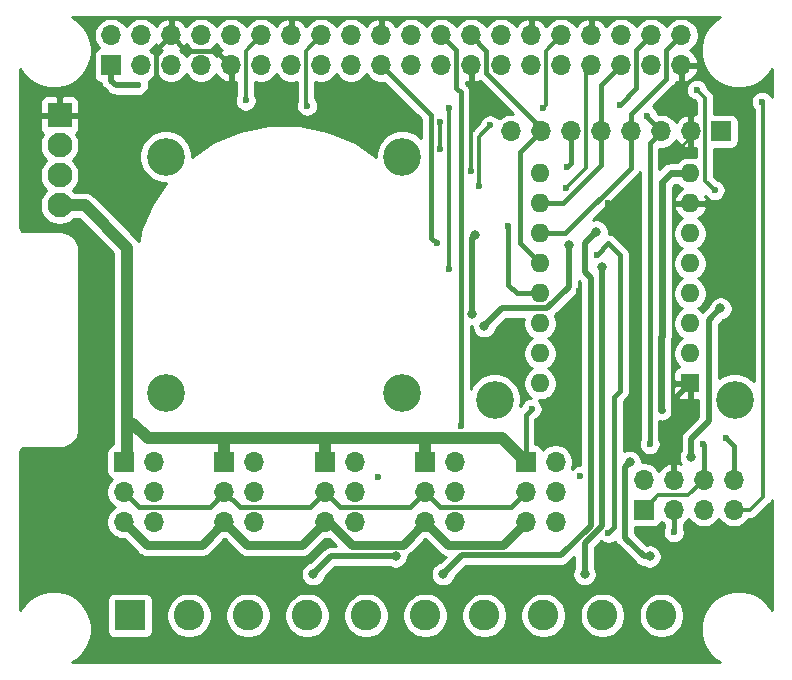
<source format=gbr>
%TF.GenerationSoftware,KiCad,Pcbnew,(5.1.9)-1*%
%TF.CreationDate,2021-03-07T19:12:45-05:00*%
%TF.ProjectId,bigp4ppa,62696770-3470-4706-912e-6b696361645f,rev?*%
%TF.SameCoordinates,Original*%
%TF.FileFunction,Copper,L1,Top*%
%TF.FilePolarity,Positive*%
%FSLAX46Y46*%
G04 Gerber Fmt 4.6, Leading zero omitted, Abs format (unit mm)*
G04 Created by KiCad (PCBNEW (5.1.9)-1) date 2021-03-07 19:12:45*
%MOMM*%
%LPD*%
G01*
G04 APERTURE LIST*
%TA.AperFunction,ComponentPad*%
%ADD10C,2.600000*%
%TD*%
%TA.AperFunction,ComponentPad*%
%ADD11R,2.600000X2.600000*%
%TD*%
%TA.AperFunction,ComponentPad*%
%ADD12O,1.700000X1.700000*%
%TD*%
%TA.AperFunction,ComponentPad*%
%ADD13R,1.700000X1.700000*%
%TD*%
%TA.AperFunction,ComponentPad*%
%ADD14O,1.600000X1.600000*%
%TD*%
%TA.AperFunction,ComponentPad*%
%ADD15R,1.600000X1.600000*%
%TD*%
%TA.AperFunction,WasherPad*%
%ADD16C,3.200000*%
%TD*%
%TA.AperFunction,ComponentPad*%
%ADD17R,2.100000X2.100000*%
%TD*%
%TA.AperFunction,ComponentPad*%
%ADD18C,2.100000*%
%TD*%
%TA.AperFunction,ViaPad*%
%ADD19C,0.600000*%
%TD*%
%TA.AperFunction,ViaPad*%
%ADD20C,0.800000*%
%TD*%
%TA.AperFunction,Conductor*%
%ADD21C,0.400000*%
%TD*%
%TA.AperFunction,Conductor*%
%ADD22C,0.250000*%
%TD*%
%TA.AperFunction,Conductor*%
%ADD23C,0.500000*%
%TD*%
%TA.AperFunction,Conductor*%
%ADD24C,0.300000*%
%TD*%
%TA.AperFunction,Conductor*%
%ADD25C,1.000000*%
%TD*%
%TA.AperFunction,Conductor*%
%ADD26C,0.600000*%
%TD*%
%TA.AperFunction,Conductor*%
%ADD27C,0.800000*%
%TD*%
%TA.AperFunction,Conductor*%
%ADD28C,0.254000*%
%TD*%
%TA.AperFunction,Conductor*%
%ADD29C,0.100000*%
%TD*%
G04 APERTURE END LIST*
D10*
%TO.P,J4,10*%
%TO.N,/GPIO23-*%
X125462000Y-96350000D03*
%TO.P,J4,9*%
%TO.N,/GPIO23+*%
X120462000Y-96350000D03*
%TO.P,J4,8*%
%TO.N,/GPIO19-*%
X115462000Y-96350000D03*
%TO.P,J4,7*%
%TO.N,/GPIO19+*%
X110462000Y-96350000D03*
%TO.P,J4,6*%
%TO.N,/GPIO18-*%
X105462000Y-96350000D03*
%TO.P,J4,5*%
%TO.N,/GPIO18+*%
X100462000Y-96350000D03*
%TO.P,J4,4*%
%TO.N,/GPIO13-*%
X95462000Y-96350000D03*
%TO.P,J4,3*%
%TO.N,/GPIO13+*%
X90462000Y-96350000D03*
%TO.P,J4,2*%
%TO.N,/GPIO12-*%
X85462000Y-96350000D03*
D11*
%TO.P,J4,1*%
%TO.N,/GPIO12+*%
X80462000Y-96350000D03*
%TD*%
D12*
%TO.P,J15,8*%
%TO.N,ADXL_CS*%
X131582000Y-84856000D03*
%TO.P,J15,7*%
%TO.N,ADXL_SCL*%
X131582000Y-87396000D03*
%TO.P,J15,6*%
%TO.N,+3V3*%
X129042000Y-84856000D03*
%TO.P,J15,5*%
%TO.N,ADXL_SDO*%
X129042000Y-87396000D03*
%TO.P,J15,4*%
%TO.N,GND*%
X126502000Y-84856000D03*
%TO.P,J15,3*%
%TO.N,ADXL_SDA*%
X126502000Y-87396000D03*
%TO.P,J15,2*%
%TO.N,N/C*%
X123962000Y-84856000D03*
D13*
%TO.P,J15,1*%
%TO.N,+3V3*%
X123962000Y-87396000D03*
%TD*%
D14*
%TO.P,A1,16*%
%TO.N,N/C*%
X115189000Y-76708000D03*
%TO.P,A1,8*%
%TO.N,+24V*%
X127889000Y-58928000D03*
%TO.P,A1,15*%
%TO.N,N/C*%
X115189000Y-74168000D03*
%TO.P,A1,7*%
%TO.N,GND*%
X127889000Y-61468000D03*
%TO.P,A1,14*%
%TO.N,N/C*%
X115189000Y-71628000D03*
%TO.P,A1,6*%
X127889000Y-64008000D03*
%TO.P,A1,13*%
%TO.N,MAX_SDI*%
X115189000Y-69088000D03*
%TO.P,A1,5*%
%TO.N,N/C*%
X127889000Y-66548000D03*
%TO.P,A1,12*%
%TO.N,MAX_CS*%
X115189000Y-66548000D03*
%TO.P,A1,4*%
%TO.N,N/C*%
X127889000Y-69088000D03*
%TO.P,A1,11*%
%TO.N,MAX_CLK*%
X115189000Y-64008000D03*
%TO.P,A1,3*%
%TO.N,N/C*%
X127889000Y-71628000D03*
%TO.P,A1,10*%
%TO.N,MAX_SDO*%
X115189000Y-61468000D03*
%TO.P,A1,2*%
%TO.N,N/C*%
X127889000Y-74168000D03*
%TO.P,A1,9*%
X115189000Y-58928000D03*
D15*
%TO.P,A1,1*%
%TO.N,GND*%
X127889000Y-76708000D03*
%TD*%
D12*
%TO.P,J2,40*%
%TO.N,MAX_CLK*%
X127130000Y-47230000D03*
%TO.P,J2,39*%
%TO.N,GND*%
X127130000Y-49770000D03*
%TO.P,J2,38*%
%TO.N,MAX_SDI*%
X124590000Y-47230000D03*
%TO.P,J2,37*%
%TO.N,GPIO19*%
X124590000Y-49770000D03*
%TO.P,J2,36*%
%TO.N,N/C*%
X122050000Y-47230000D03*
%TO.P,J2,35*%
%TO.N,MAX_SDO*%
X122050000Y-49770000D03*
%TO.P,J2,34*%
%TO.N,GND*%
X119510000Y-47230000D03*
%TO.P,J2,33*%
%TO.N,GPIO13*%
X119510000Y-49770000D03*
%TO.P,J2,32*%
%TO.N,GPIO12*%
X116970000Y-47230000D03*
%TO.P,J2,31*%
%TO.N,N/C*%
X116970000Y-49770000D03*
%TO.P,J2,30*%
%TO.N,GND*%
X114430000Y-47230000D03*
%TO.P,J2,29*%
%TO.N,N/C*%
X114430000Y-49770000D03*
%TO.P,J2,28*%
X111890000Y-47230000D03*
%TO.P,J2,27*%
X111890000Y-49770000D03*
%TO.P,J2,26*%
%TO.N,MAX_CS*%
X109350000Y-47230000D03*
%TO.P,J2,25*%
%TO.N,GND*%
X109350000Y-49770000D03*
%TO.P,J2,24*%
%TO.N,ADXL_CS*%
X106810000Y-47230000D03*
%TO.P,J2,23*%
%TO.N,ADXL_SCL*%
X106810000Y-49770000D03*
%TO.P,J2,22*%
%TO.N,N/C*%
X104270000Y-47230000D03*
%TO.P,J2,21*%
%TO.N,ADXL_SDO*%
X104270000Y-49770000D03*
%TO.P,J2,20*%
%TO.N,GND*%
X101730000Y-47230000D03*
%TO.P,J2,19*%
%TO.N,ADXL_SDA*%
X101730000Y-49770000D03*
%TO.P,J2,18*%
%TO.N,N/C*%
X99190000Y-47230000D03*
%TO.P,J2,17*%
%TO.N,+3V3*%
X99190000Y-49770000D03*
%TO.P,J2,16*%
%TO.N,GPIO23*%
X96650000Y-47230000D03*
%TO.P,J2,15*%
%TO.N,N/C*%
X96650000Y-49770000D03*
%TO.P,J2,14*%
%TO.N,GND*%
X94110000Y-47230000D03*
%TO.P,J2,13*%
%TO.N,N/C*%
X94110000Y-49770000D03*
%TO.P,J2,12*%
%TO.N,GPIO18*%
X91570000Y-47230000D03*
%TO.P,J2,11*%
%TO.N,N/C*%
X91570000Y-49770000D03*
%TO.P,J2,10*%
X89030000Y-47230000D03*
%TO.P,J2,9*%
%TO.N,GND*%
X89030000Y-49770000D03*
%TO.P,J2,8*%
%TO.N,N/C*%
X86490000Y-47230000D03*
%TO.P,J2,7*%
X86490000Y-49770000D03*
%TO.P,J2,6*%
%TO.N,GND*%
X83950000Y-47230000D03*
%TO.P,J2,5*%
%TO.N,N/C*%
X83950000Y-49770000D03*
%TO.P,J2,4*%
%TO.N,+5V*%
X81410000Y-47230000D03*
%TO.P,J2,3*%
%TO.N,N/C*%
X81410000Y-49770000D03*
%TO.P,J2,2*%
%TO.N,+5V*%
X78870000Y-47230000D03*
D13*
%TO.P,J2,1*%
%TO.N,+3V3*%
X78870000Y-49770000D03*
%TD*%
D16*
%TO.P,25x25,*%
%TO.N,*%
X83500000Y-57500000D03*
X83500000Y-77500000D03*
X103500000Y-77500000D03*
X103500000Y-57500000D03*
%TD*%
%TO.P,U$19,*%
%TO.N,*%
X111338900Y-78076400D03*
%TD*%
%TO.P,U$18,*%
%TO.N,*%
X131658900Y-78076400D03*
%TD*%
D17*
%TO.P,J1,1*%
%TO.N,GND*%
X74500000Y-54000000D03*
D18*
%TO.P,J1,2*%
%TO.N,+5V*%
X74500000Y-56540000D03*
%TO.P,J1,3*%
%TO.N,+12V*%
X74500000Y-59080000D03*
%TO.P,J1,4*%
%TO.N,+24V*%
X74500000Y-61620000D03*
%TD*%
D12*
%TO.P,J14,6*%
%TO.N,/GPIO18+*%
X99502000Y-88430000D03*
%TO.P,J14,5*%
%TO.N,+12V*%
X96962000Y-88430000D03*
%TO.P,J14,4*%
%TO.N,/GPIO18+*%
X99502000Y-85890000D03*
%TO.P,J14,3*%
%TO.N,+5V*%
X96962000Y-85890000D03*
%TO.P,J14,2*%
%TO.N,/GPIO18+*%
X99502000Y-83350000D03*
D13*
%TO.P,J14,1*%
%TO.N,+24V*%
X96962000Y-83350000D03*
%TD*%
D12*
%TO.P,J13,6*%
%TO.N,/GPIO13+*%
X91002000Y-88430000D03*
%TO.P,J13,5*%
%TO.N,+12V*%
X88462000Y-88430000D03*
%TO.P,J13,4*%
%TO.N,/GPIO13+*%
X91002000Y-85890000D03*
%TO.P,J13,3*%
%TO.N,+5V*%
X88462000Y-85890000D03*
%TO.P,J13,2*%
%TO.N,/GPIO13+*%
X91002000Y-83350000D03*
D13*
%TO.P,J13,1*%
%TO.N,+24V*%
X88462000Y-83350000D03*
%TD*%
D12*
%TO.P,J12,6*%
%TO.N,/GPIO12+*%
X82502000Y-88430000D03*
%TO.P,J12,5*%
%TO.N,+12V*%
X79962000Y-88430000D03*
%TO.P,J12,4*%
%TO.N,/GPIO12+*%
X82502000Y-85890000D03*
%TO.P,J12,3*%
%TO.N,+5V*%
X79962000Y-85890000D03*
%TO.P,J12,2*%
%TO.N,/GPIO12+*%
X82502000Y-83350000D03*
D13*
%TO.P,J12,1*%
%TO.N,+24V*%
X79962000Y-83350000D03*
%TD*%
D12*
%TO.P,J11,6*%
%TO.N,/GPIO19+*%
X108002000Y-88430000D03*
%TO.P,J11,5*%
%TO.N,+12V*%
X105462000Y-88430000D03*
%TO.P,J11,4*%
%TO.N,/GPIO19+*%
X108002000Y-85890000D03*
%TO.P,J11,3*%
%TO.N,+5V*%
X105462000Y-85890000D03*
%TO.P,J11,2*%
%TO.N,/GPIO19+*%
X108002000Y-83350000D03*
D13*
%TO.P,J11,1*%
%TO.N,+24V*%
X105462000Y-83350000D03*
%TD*%
%TO.P,J8,1*%
%TO.N,N/C*%
X130500000Y-55350000D03*
D12*
%TO.P,J8,2*%
%TO.N,GND*%
X127960000Y-55350000D03*
%TO.P,J8,3*%
%TO.N,+3V3*%
X125420000Y-55350000D03*
%TO.P,J8,4*%
%TO.N,MAX_CLK*%
X122880000Y-55350000D03*
%TO.P,J8,5*%
%TO.N,MAX_SDO*%
X120340000Y-55350000D03*
%TO.P,J8,6*%
%TO.N,MAX_SDI*%
X117800000Y-55350000D03*
%TO.P,J8,7*%
%TO.N,MAX_CS*%
X115260000Y-55350000D03*
%TO.P,J8,8*%
%TO.N,N/C*%
X112720000Y-55350000D03*
%TD*%
D13*
%TO.P,J3,1*%
%TO.N,+24V*%
X113962000Y-83350000D03*
D12*
%TO.P,J3,2*%
%TO.N,/GPIO23+*%
X116502000Y-83350000D03*
%TO.P,J3,3*%
%TO.N,+5V*%
X113962000Y-85890000D03*
%TO.P,J3,4*%
%TO.N,/GPIO23+*%
X116502000Y-85890000D03*
%TO.P,J3,5*%
%TO.N,+12V*%
X113962000Y-88430000D03*
%TO.P,J3,6*%
%TO.N,/GPIO23+*%
X116502000Y-88430000D03*
%TD*%
D19*
%TO.N,*%
X101462000Y-84650000D03*
X118562000Y-84550000D03*
%TO.N,GND*%
X81400000Y-60600000D03*
X86400000Y-55300000D03*
X120904000Y-61468000D03*
X132962000Y-58850000D03*
X125603000Y-58166000D03*
X118462000Y-68850000D03*
X122962000Y-73350000D03*
X122962000Y-67350000D03*
X122962000Y-76150000D03*
X131962000Y-92050000D03*
X111062000Y-53350000D03*
X109350000Y-58750000D03*
X72062000Y-55450000D03*
X72062000Y-54050000D03*
X72062000Y-52750000D03*
X82062000Y-53350000D03*
X82062000Y-54250000D03*
X82962000Y-53350000D03*
X82962000Y-54250000D03*
X73862000Y-84850000D03*
X73862000Y-85650000D03*
X73862000Y-86450000D03*
X73862000Y-87250000D03*
X102762000Y-99250000D03*
X102062000Y-99250000D03*
X103562000Y-99250000D03*
X132962000Y-59850000D03*
X132962000Y-64350000D03*
X132962000Y-65350000D03*
X132462000Y-73350000D03*
X131462000Y-73350000D03*
X117962000Y-72850000D03*
X117962000Y-73850000D03*
X117962000Y-74850000D03*
X110962000Y-73850000D03*
X110962000Y-74850000D03*
X111962000Y-74850000D03*
X101462000Y-54850000D03*
X100462000Y-54850000D03*
X100462000Y-55850000D03*
X127462000Y-79350000D03*
X116462000Y-79950000D03*
X132962000Y-66350000D03*
%TO.N,GPIO18*%
X90250000Y-52750000D03*
X106680000Y-56896000D03*
%TO.N,GPIO12*%
X110000000Y-60000000D03*
%TO.N,GPIO13*%
X117348000Y-60198000D03*
%TO.N,+24V*%
X125476000Y-78994000D03*
X114462000Y-78850000D03*
%TO.N,+3V3*%
X128962000Y-81850000D03*
X124252371Y-54059625D03*
X124462000Y-81850000D03*
X81162000Y-51450000D03*
%TO.N,MAX_SDI*%
X117462000Y-58350000D03*
X112462000Y-63350000D03*
X121962000Y-53100021D03*
%TO.N,ADXL_CS*%
X108462000Y-80350000D03*
X130962000Y-81350000D03*
%TO.N,ADXL_SDA*%
X126502000Y-89310000D03*
X120962000Y-89350000D03*
X106462000Y-64850008D03*
X119988013Y-65824001D03*
%TO.N,ADXL_SCL*%
X133962000Y-52850000D03*
%TO.N,GPIO19*%
X128462000Y-51850000D03*
X129962000Y-60350000D03*
%TO.N,GPIO12*%
X115462000Y-53350000D03*
X110962000Y-54850000D03*
%TO.N,GPIO23*%
X107500000Y-67000000D03*
X107462000Y-53350000D03*
X95462000Y-53199990D03*
%TO.N,GPIO18*%
X106679019Y-54570031D03*
D20*
%TO.N,/GPIO12-*%
X109462000Y-70850000D03*
X109711999Y-64099999D03*
%TO.N,/GPIO13-*%
X117602000Y-65024000D03*
X110462000Y-71850000D03*
X102962000Y-91350000D03*
X95962000Y-92850000D03*
%TO.N,/GPIO18-*%
X119962000Y-63850000D03*
X106962000Y-92850000D03*
%TO.N,/GPIO19-*%
X118962000Y-92850000D03*
X120462012Y-66850000D03*
%TO.N,/GPIO23-*%
X130462000Y-70350000D03*
X124462000Y-91350000D03*
X127962000Y-82950000D03*
X122762010Y-83350000D03*
%TD*%
D21*
%TO.N,+5V*%
X87211999Y-87140001D02*
X88462000Y-85890000D01*
X81212001Y-87140001D02*
X87211999Y-87140001D01*
X79962000Y-85890000D02*
X81212001Y-87140001D01*
X95672001Y-87179999D02*
X96962000Y-85890000D01*
X89751999Y-87179999D02*
X95672001Y-87179999D01*
X88462000Y-85890000D02*
X89751999Y-87179999D01*
X104211999Y-87140001D02*
X105462000Y-85890000D01*
X98212001Y-87140001D02*
X104211999Y-87140001D01*
X96962000Y-85890000D02*
X98212001Y-87140001D01*
X112711999Y-87140001D02*
X113962000Y-85890000D01*
X106712001Y-87140001D02*
X112711999Y-87140001D01*
X105462000Y-85890000D02*
X106712001Y-87140001D01*
%TO.N,GND*%
X82699999Y-48480001D02*
X83950000Y-47230000D01*
X82699999Y-51300001D02*
X82699999Y-48480001D01*
X80000000Y-54000000D02*
X82699999Y-51300001D01*
X74500000Y-54000000D02*
X80000000Y-54000000D01*
X87779999Y-48519999D02*
X89030000Y-49770000D01*
X85239999Y-48519999D02*
X87779999Y-48519999D01*
X83950000Y-47230000D02*
X85239999Y-48519999D01*
D22*
X127960000Y-55809000D02*
X127960000Y-55350000D01*
X125603000Y-58166000D02*
X127960000Y-55809000D01*
D23*
X126502000Y-78095000D02*
X127889000Y-76708000D01*
X126502000Y-84856000D02*
X126502000Y-78095000D01*
D24*
X109350000Y-49770000D02*
X109350000Y-58750000D01*
D25*
%TO.N,+24V*%
X74500000Y-61620000D02*
X74500000Y-61750000D01*
D26*
X125476000Y-59690000D02*
X126238000Y-58928000D01*
X125476000Y-78994000D02*
X125437999Y-78955999D01*
X125437999Y-72767999D02*
X125476000Y-72729998D01*
X125476000Y-72729998D02*
X125476000Y-59690000D01*
X125437999Y-78955999D02*
X125437999Y-72767999D01*
X126238000Y-58928000D02*
X127889000Y-58928000D01*
D25*
X80200000Y-83112000D02*
X79962000Y-83350000D01*
X76620000Y-61620000D02*
X80200000Y-65200000D01*
X74500000Y-61620000D02*
X76620000Y-61620000D01*
X80200000Y-80112000D02*
X80724000Y-80112000D01*
X80200000Y-65200000D02*
X80200000Y-80112000D01*
X80200000Y-80112000D02*
X80200000Y-83112000D01*
X80724000Y-80112000D02*
X81962000Y-81350000D01*
X111962000Y-81350000D02*
X113962000Y-83350000D01*
X105462000Y-81350000D02*
X105462000Y-83350000D01*
X105462000Y-81350000D02*
X111962000Y-81350000D01*
X96962000Y-81350000D02*
X96962000Y-83350000D01*
X96962000Y-81350000D02*
X105462000Y-81350000D01*
X88462000Y-81350000D02*
X88462000Y-83350000D01*
X81962000Y-81350000D02*
X88462000Y-81350000D01*
X88462000Y-81350000D02*
X96962000Y-81350000D01*
D21*
X113962000Y-79350000D02*
X113962000Y-83350000D01*
X114462000Y-78850000D02*
X113962000Y-79350000D01*
D27*
%TO.N,+12V*%
X112042000Y-90350000D02*
X113962000Y-88430000D01*
X107382000Y-90350000D02*
X112042000Y-90350000D01*
X105462000Y-88430000D02*
X107382000Y-90350000D01*
X103542000Y-90350000D02*
X105462000Y-88430000D01*
X99275998Y-90350000D02*
X103542000Y-90350000D01*
X97355998Y-88430000D02*
X99275998Y-90350000D01*
X96962000Y-88430000D02*
X97355998Y-88430000D01*
X95042000Y-90350000D02*
X96962000Y-88430000D01*
X90382000Y-90350000D02*
X95042000Y-90350000D01*
X88462000Y-88430000D02*
X90382000Y-90350000D01*
X86542000Y-90350000D02*
X88462000Y-88430000D01*
X81882000Y-90350000D02*
X86542000Y-90350000D01*
X79962000Y-88430000D02*
X81882000Y-90350000D01*
D21*
%TO.N,+3V3*%
X129042000Y-81930000D02*
X128962000Y-81850000D01*
X129042000Y-84856000D02*
X129042000Y-81930000D01*
X124252371Y-54182371D02*
X124252371Y-54059625D01*
X125420000Y-55350000D02*
X124252371Y-54182371D01*
X124462000Y-56308000D02*
X124462000Y-81850000D01*
X125420000Y-55350000D02*
X124462000Y-56308000D01*
D23*
X79262000Y-51450000D02*
X81162000Y-51450000D01*
X78870000Y-51058000D02*
X79262000Y-51450000D01*
X78870000Y-49770000D02*
X78870000Y-51058000D01*
D24*
X127748000Y-86150000D02*
X129042000Y-84856000D01*
X125208000Y-86150000D02*
X127748000Y-86150000D01*
X123962000Y-87396000D02*
X125208000Y-86150000D01*
D21*
%TO.N,MAX_SDI*%
X115189000Y-69088000D02*
X113200000Y-69088000D01*
X117800000Y-58012000D02*
X117462000Y-58350000D01*
X117800000Y-55350000D02*
X117800000Y-58012000D01*
X112462000Y-68350000D02*
X113200000Y-69088000D01*
X112462000Y-63350000D02*
X112462000Y-68350000D01*
X124590000Y-47230000D02*
X123339999Y-48480001D01*
X123339999Y-48480001D02*
X123339999Y-51722022D01*
X123339999Y-51722022D02*
X121962000Y-53100021D01*
%TO.N,MAX_SDO*%
X120340000Y-51480000D02*
X122050000Y-49770000D01*
X120340000Y-55350000D02*
X120340000Y-51480000D01*
X120340000Y-58242002D02*
X120340000Y-55350000D01*
X117114002Y-61468000D02*
X120340000Y-58242002D01*
X115189000Y-61468000D02*
X117114002Y-61468000D01*
%TO.N,MAX_CLK*%
X122880000Y-58455998D02*
X122880000Y-55350000D01*
X117327998Y-64008000D02*
X122880000Y-58455998D01*
X115189000Y-64008000D02*
X117327998Y-64008000D01*
X125879999Y-48480001D02*
X127130000Y-47230000D01*
X125879999Y-50932001D02*
X125879999Y-48480001D01*
X122880000Y-53932000D02*
X125879999Y-50932001D01*
X122880000Y-55350000D02*
X122880000Y-53932000D01*
%TO.N,MAX_CS*%
X115260000Y-55350000D02*
X115260000Y-55052000D01*
X110639999Y-48519999D02*
X109350000Y-47230000D01*
X110639999Y-50431999D02*
X110639999Y-48519999D01*
X115260000Y-55052000D02*
X110639999Y-50431999D01*
X113462000Y-64821000D02*
X115189000Y-66548000D01*
X113462000Y-57148000D02*
X113462000Y-64821000D01*
X115260000Y-55350000D02*
X113462000Y-57148000D01*
%TO.N,ADXL_CS*%
X108060001Y-48480001D02*
X106810000Y-47230000D01*
X108060001Y-51659001D02*
X108060001Y-48480001D01*
X108462000Y-52061000D02*
X108060001Y-51659001D01*
X108462000Y-80350000D02*
X108462000Y-52061000D01*
X131582000Y-84856000D02*
X131582000Y-81970000D01*
X131582000Y-81970000D02*
X130962000Y-81350000D01*
%TO.N,ADXL_SDA*%
X126502000Y-87396000D02*
X126502000Y-89310000D01*
X105962000Y-64350008D02*
X106462000Y-64850008D01*
X105962000Y-54002000D02*
X105962000Y-64350008D01*
X101730000Y-49770000D02*
X105962000Y-54002000D01*
X120962000Y-64850014D02*
X119988013Y-65824001D01*
X121962000Y-65850000D02*
X120962000Y-64850000D01*
X121962000Y-77350000D02*
X121962000Y-65850000D01*
X121462000Y-77850000D02*
X121962000Y-77350000D01*
X121462000Y-88850000D02*
X121462000Y-77850000D01*
X120962000Y-64850000D02*
X120962000Y-64850014D01*
X120962000Y-89350000D02*
X121462000Y-88850000D01*
D24*
%TO.N,ADXL_SCL*%
X134062000Y-52950000D02*
X133962000Y-52850000D01*
X134062000Y-86333000D02*
X134062000Y-52950000D01*
X132999000Y-87396000D02*
X134062000Y-86333000D01*
X131582000Y-87396000D02*
X132999000Y-87396000D01*
%TO.N,GPIO19*%
X129160001Y-59548001D02*
X129962000Y-60350000D01*
X129160001Y-52548001D02*
X129160001Y-59548001D01*
X128462000Y-51850000D02*
X129160001Y-52548001D01*
%TO.N,GPIO13*%
X119062000Y-58484000D02*
X117348000Y-60198000D01*
X119062000Y-50218000D02*
X119062000Y-58484000D01*
X119510000Y-49770000D02*
X119062000Y-50218000D01*
%TO.N,GPIO12*%
X116970000Y-47230000D02*
X115661999Y-48538001D01*
X115661999Y-48538001D02*
X115661999Y-53150001D01*
X115661999Y-53150001D02*
X115462000Y-53350000D01*
X110000000Y-60000000D02*
X110000000Y-55812000D01*
X110000000Y-55812000D02*
X110962000Y-54850000D01*
%TO.N,GPIO23*%
X107500000Y-53388000D02*
X107462000Y-53350000D01*
X107500000Y-67000000D02*
X107500000Y-53388000D01*
X95362000Y-48518000D02*
X95362000Y-53099990D01*
X96650000Y-47230000D02*
X95362000Y-48518000D01*
X95362000Y-53099990D02*
X95462000Y-53199990D01*
%TO.N,GPIO18*%
X106680000Y-54571012D02*
X106679019Y-54570031D01*
X106680000Y-56896000D02*
X106680000Y-54571012D01*
X90262000Y-52738000D02*
X90250000Y-52750000D01*
X90262000Y-48538000D02*
X90262000Y-52738000D01*
X91570000Y-47230000D02*
X90262000Y-48538000D01*
D23*
%TO.N,/GPIO12-*%
X109462000Y-70850000D02*
X109462000Y-64349998D01*
X109462000Y-64349998D02*
X109711999Y-64099999D01*
%TO.N,/GPIO13-*%
X111973999Y-70338001D02*
X110462000Y-71850000D01*
X115789001Y-70338001D02*
X111973999Y-70338001D01*
X117602000Y-68525002D02*
X115789001Y-70338001D01*
X117602000Y-65024000D02*
X117602000Y-68525002D01*
X97462000Y-91350000D02*
X95962000Y-92850000D01*
X102962000Y-91350000D02*
X97462000Y-91350000D01*
%TO.N,/GPIO18-*%
X119462000Y-88750036D02*
X116962000Y-91250036D01*
X119462000Y-67739998D02*
X119462000Y-88750036D01*
X118962000Y-67239998D02*
X119462000Y-67739998D01*
X118962000Y-64850000D02*
X118962000Y-67239998D01*
X108561964Y-91250036D02*
X106962000Y-92850000D01*
X116962000Y-91250036D02*
X108561964Y-91250036D01*
X119962000Y-63850000D02*
X118962000Y-64850000D01*
%TO.N,/GPIO19-*%
X118962000Y-92850000D02*
X118962000Y-90239998D01*
X118962000Y-90239998D02*
X120462012Y-88739986D01*
X120462012Y-88739986D02*
X120462012Y-66850000D01*
%TO.N,/GPIO23-*%
X127962000Y-81425736D02*
X127962000Y-82950000D01*
X129462000Y-79925736D02*
X127962000Y-81425736D01*
X130462000Y-70350000D02*
X129462000Y-71350000D01*
X129462000Y-71350000D02*
X129462000Y-79925736D01*
X122362011Y-83749999D02*
X122762010Y-83350000D01*
X122362011Y-89750011D02*
X122362011Y-83749999D01*
X123962000Y-91350000D02*
X122362011Y-89750011D01*
X124462000Y-91350000D02*
X123962000Y-91350000D01*
%TD*%
D28*
%TO.N,GND*%
X129942907Y-45993425D02*
X129493425Y-46442907D01*
X129140270Y-46971442D01*
X128897012Y-47558719D01*
X128773000Y-48182168D01*
X128773000Y-48817832D01*
X128897012Y-49441281D01*
X129140270Y-50028558D01*
X129493425Y-50557093D01*
X129942907Y-51006575D01*
X130471442Y-51359730D01*
X131058719Y-51602988D01*
X131682168Y-51727000D01*
X132317832Y-51727000D01*
X132941281Y-51602988D01*
X133528558Y-51359730D01*
X134057093Y-51006575D01*
X134506575Y-50557093D01*
X134815000Y-50095501D01*
X134815000Y-52466052D01*
X134790586Y-52407111D01*
X134688262Y-52253972D01*
X134558028Y-52123738D01*
X134404889Y-52021414D01*
X134234729Y-51950932D01*
X134054089Y-51915000D01*
X133869911Y-51915000D01*
X133689271Y-51950932D01*
X133519111Y-52021414D01*
X133365972Y-52123738D01*
X133235738Y-52253972D01*
X133133414Y-52407111D01*
X133062932Y-52577271D01*
X133027000Y-52757911D01*
X133027000Y-52942089D01*
X133062932Y-53122729D01*
X133133414Y-53292889D01*
X133235738Y-53446028D01*
X133277001Y-53487291D01*
X133277000Y-76533733D01*
X133083629Y-76340362D01*
X132717569Y-76095769D01*
X132310825Y-75927290D01*
X131879028Y-75841400D01*
X131438772Y-75841400D01*
X131006975Y-75927290D01*
X130600231Y-76095769D01*
X130347000Y-76264972D01*
X130347000Y-71716578D01*
X130707044Y-71356535D01*
X130763898Y-71345226D01*
X130952256Y-71267205D01*
X131121774Y-71153937D01*
X131265937Y-71009774D01*
X131379205Y-70840256D01*
X131457226Y-70651898D01*
X131497000Y-70451939D01*
X131497000Y-70248061D01*
X131457226Y-70048102D01*
X131379205Y-69859744D01*
X131265937Y-69690226D01*
X131121774Y-69546063D01*
X130952256Y-69432795D01*
X130763898Y-69354774D01*
X130563939Y-69315000D01*
X130360061Y-69315000D01*
X130160102Y-69354774D01*
X129971744Y-69432795D01*
X129802226Y-69546063D01*
X129658063Y-69690226D01*
X129544795Y-69859744D01*
X129466774Y-70048102D01*
X129455465Y-70104956D01*
X128925409Y-70635013D01*
X128803759Y-70513363D01*
X128571241Y-70358000D01*
X128803759Y-70202637D01*
X129003637Y-70002759D01*
X129160680Y-69767727D01*
X129268853Y-69506574D01*
X129324000Y-69229335D01*
X129324000Y-68946665D01*
X129268853Y-68669426D01*
X129160680Y-68408273D01*
X129003637Y-68173241D01*
X128803759Y-67973363D01*
X128571241Y-67818000D01*
X128803759Y-67662637D01*
X129003637Y-67462759D01*
X129160680Y-67227727D01*
X129268853Y-66966574D01*
X129324000Y-66689335D01*
X129324000Y-66406665D01*
X129268853Y-66129426D01*
X129160680Y-65868273D01*
X129003637Y-65633241D01*
X128803759Y-65433363D01*
X128571241Y-65278000D01*
X128803759Y-65122637D01*
X129003637Y-64922759D01*
X129160680Y-64687727D01*
X129268853Y-64426574D01*
X129324000Y-64149335D01*
X129324000Y-63866665D01*
X129268853Y-63589426D01*
X129160680Y-63328273D01*
X129003637Y-63093241D01*
X128803759Y-62893363D01*
X128568727Y-62736320D01*
X128558135Y-62731933D01*
X128744131Y-62620385D01*
X128952519Y-62431414D01*
X129120037Y-62205420D01*
X129240246Y-61951087D01*
X129280904Y-61817039D01*
X129158915Y-61595000D01*
X128016000Y-61595000D01*
X128016000Y-61615000D01*
X127762000Y-61615000D01*
X127762000Y-61595000D01*
X126619085Y-61595000D01*
X126497096Y-61817039D01*
X126537754Y-61951087D01*
X126657963Y-62205420D01*
X126825481Y-62431414D01*
X127033869Y-62620385D01*
X127219865Y-62731933D01*
X127209273Y-62736320D01*
X126974241Y-62893363D01*
X126774363Y-63093241D01*
X126617320Y-63328273D01*
X126509147Y-63589426D01*
X126454000Y-63866665D01*
X126454000Y-64149335D01*
X126509147Y-64426574D01*
X126617320Y-64687727D01*
X126774363Y-64922759D01*
X126974241Y-65122637D01*
X127206759Y-65278000D01*
X126974241Y-65433363D01*
X126774363Y-65633241D01*
X126617320Y-65868273D01*
X126509147Y-66129426D01*
X126454000Y-66406665D01*
X126454000Y-66689335D01*
X126509147Y-66966574D01*
X126617320Y-67227727D01*
X126774363Y-67462759D01*
X126974241Y-67662637D01*
X127206759Y-67818000D01*
X126974241Y-67973363D01*
X126774363Y-68173241D01*
X126617320Y-68408273D01*
X126509147Y-68669426D01*
X126454000Y-68946665D01*
X126454000Y-69229335D01*
X126509147Y-69506574D01*
X126617320Y-69767727D01*
X126774363Y-70002759D01*
X126974241Y-70202637D01*
X127206759Y-70358000D01*
X126974241Y-70513363D01*
X126774363Y-70713241D01*
X126617320Y-70948273D01*
X126509147Y-71209426D01*
X126454000Y-71486665D01*
X126454000Y-71769335D01*
X126509147Y-72046574D01*
X126617320Y-72307727D01*
X126774363Y-72542759D01*
X126974241Y-72742637D01*
X127206759Y-72898000D01*
X126974241Y-73053363D01*
X126774363Y-73253241D01*
X126617320Y-73488273D01*
X126509147Y-73749426D01*
X126454000Y-74026665D01*
X126454000Y-74309335D01*
X126509147Y-74586574D01*
X126617320Y-74847727D01*
X126774363Y-75082759D01*
X126972961Y-75281357D01*
X126964518Y-75282188D01*
X126844820Y-75318498D01*
X126734506Y-75377463D01*
X126637815Y-75456815D01*
X126558463Y-75553506D01*
X126499498Y-75663820D01*
X126463188Y-75783518D01*
X126450928Y-75908000D01*
X126454000Y-76422250D01*
X126612750Y-76581000D01*
X127762000Y-76581000D01*
X127762000Y-76561000D01*
X128016000Y-76561000D01*
X128016000Y-76581000D01*
X128036000Y-76581000D01*
X128036000Y-76835000D01*
X128016000Y-76835000D01*
X128016000Y-77984250D01*
X128174750Y-78143000D01*
X128577001Y-78145403D01*
X128577001Y-79559156D01*
X127366956Y-80769202D01*
X127333183Y-80796919D01*
X127222589Y-80931678D01*
X127140411Y-81085424D01*
X127109199Y-81188314D01*
X127091397Y-81247000D01*
X127089805Y-81252247D01*
X127077000Y-81382260D01*
X127077000Y-81382267D01*
X127072719Y-81425736D01*
X127077000Y-81469206D01*
X127077001Y-82411545D01*
X127044795Y-82459744D01*
X126966774Y-82648102D01*
X126927000Y-82848061D01*
X126927000Y-83051939D01*
X126966774Y-83251898D01*
X127044795Y-83440256D01*
X127081402Y-83495043D01*
X127006099Y-83459175D01*
X126858890Y-83414524D01*
X126629000Y-83535845D01*
X126629000Y-84729000D01*
X126649000Y-84729000D01*
X126649000Y-84983000D01*
X126629000Y-84983000D01*
X126629000Y-85003000D01*
X126375000Y-85003000D01*
X126375000Y-84983000D01*
X126355000Y-84983000D01*
X126355000Y-84729000D01*
X126375000Y-84729000D01*
X126375000Y-83535845D01*
X126145110Y-83414524D01*
X125997901Y-83459175D01*
X125735080Y-83584359D01*
X125501731Y-83758412D01*
X125306822Y-83974645D01*
X125237195Y-84091534D01*
X125115475Y-83909368D01*
X124908632Y-83702525D01*
X124665411Y-83540010D01*
X124395158Y-83428068D01*
X124108260Y-83371000D01*
X123815740Y-83371000D01*
X123797010Y-83374726D01*
X123797010Y-83248061D01*
X123757236Y-83048102D01*
X123679215Y-82859744D01*
X123565947Y-82690226D01*
X123421784Y-82546063D01*
X123252266Y-82432795D01*
X123063908Y-82354774D01*
X122863949Y-82315000D01*
X122660071Y-82315000D01*
X122460112Y-82354774D01*
X122297000Y-82422338D01*
X122297000Y-78195867D01*
X122523427Y-77969441D01*
X122555291Y-77943291D01*
X122659636Y-77816146D01*
X122737172Y-77671087D01*
X122784918Y-77513689D01*
X122797000Y-77391019D01*
X122797000Y-77391018D01*
X122801040Y-77350000D01*
X122797000Y-77308982D01*
X122797000Y-65891018D01*
X122801040Y-65850000D01*
X122785188Y-65689054D01*
X122784918Y-65686311D01*
X122737172Y-65528913D01*
X122659636Y-65383854D01*
X122555291Y-65256709D01*
X122523432Y-65230563D01*
X121581445Y-64288578D01*
X121555291Y-64256709D01*
X121428145Y-64152364D01*
X121283086Y-64074828D01*
X121125688Y-64027082D01*
X120984813Y-64013207D01*
X120997000Y-63951939D01*
X120997000Y-63748061D01*
X120957226Y-63548102D01*
X120879205Y-63359744D01*
X120765937Y-63190226D01*
X120621774Y-63046063D01*
X120452256Y-62932795D01*
X120263898Y-62854774D01*
X120063939Y-62815000D01*
X119860061Y-62815000D01*
X119662586Y-62854280D01*
X123441433Y-59075434D01*
X123473291Y-59049289D01*
X123577636Y-58922144D01*
X123627000Y-58829791D01*
X123627001Y-81422594D01*
X123562932Y-81577271D01*
X123527000Y-81757911D01*
X123527000Y-81942089D01*
X123562932Y-82122729D01*
X123633414Y-82292889D01*
X123735738Y-82446028D01*
X123865972Y-82576262D01*
X124019111Y-82678586D01*
X124189271Y-82749068D01*
X124369911Y-82785000D01*
X124554089Y-82785000D01*
X124734729Y-82749068D01*
X124904889Y-82678586D01*
X125058028Y-82576262D01*
X125188262Y-82446028D01*
X125290586Y-82292889D01*
X125361068Y-82122729D01*
X125397000Y-81942089D01*
X125397000Y-81757911D01*
X125361068Y-81577271D01*
X125297000Y-81422596D01*
X125297000Y-79915895D01*
X125338647Y-79919996D01*
X125383911Y-79929000D01*
X125430066Y-79929000D01*
X125476000Y-79933524D01*
X125521935Y-79929000D01*
X125568089Y-79929000D01*
X125613352Y-79919997D01*
X125659292Y-79915472D01*
X125703469Y-79902071D01*
X125748729Y-79893068D01*
X125791367Y-79875407D01*
X125835540Y-79862007D01*
X125876245Y-79840250D01*
X125918889Y-79822586D01*
X125957273Y-79796939D01*
X125997971Y-79775185D01*
X126033644Y-79745909D01*
X126072028Y-79720262D01*
X126104667Y-79687623D01*
X126140344Y-79658344D01*
X126169623Y-79622667D01*
X126202262Y-79590028D01*
X126227909Y-79551644D01*
X126257185Y-79515971D01*
X126278939Y-79475273D01*
X126304586Y-79436889D01*
X126322250Y-79394245D01*
X126344007Y-79353540D01*
X126357407Y-79309367D01*
X126375068Y-79266729D01*
X126384071Y-79221469D01*
X126397472Y-79177292D01*
X126401997Y-79131352D01*
X126411000Y-79086089D01*
X126411000Y-79039935D01*
X126415524Y-78994000D01*
X126411000Y-78948066D01*
X126411000Y-78901911D01*
X126401996Y-78856647D01*
X126397472Y-78810709D01*
X126384071Y-78766533D01*
X126375068Y-78721271D01*
X126372999Y-78716276D01*
X126372999Y-77508000D01*
X126450928Y-77508000D01*
X126463188Y-77632482D01*
X126499498Y-77752180D01*
X126558463Y-77862494D01*
X126637815Y-77959185D01*
X126734506Y-78038537D01*
X126844820Y-78097502D01*
X126964518Y-78133812D01*
X127089000Y-78146072D01*
X127603250Y-78143000D01*
X127762000Y-77984250D01*
X127762000Y-76835000D01*
X126612750Y-76835000D01*
X126454000Y-76993750D01*
X126450928Y-77508000D01*
X126372999Y-77508000D01*
X126372999Y-72993964D01*
X126385944Y-72951290D01*
X126397472Y-72913289D01*
X126415524Y-72729998D01*
X126411000Y-72684063D01*
X126411000Y-60077289D01*
X126625289Y-59863000D01*
X126794604Y-59863000D01*
X126974241Y-60042637D01*
X127209273Y-60199680D01*
X127219865Y-60204067D01*
X127033869Y-60315615D01*
X126825481Y-60504586D01*
X126657963Y-60730580D01*
X126537754Y-60984913D01*
X126497096Y-61118961D01*
X126619085Y-61341000D01*
X127762000Y-61341000D01*
X127762000Y-61321000D01*
X128016000Y-61321000D01*
X128016000Y-61341000D01*
X129158915Y-61341000D01*
X129280904Y-61118961D01*
X129240246Y-60984913D01*
X129188339Y-60875090D01*
X129235738Y-60946028D01*
X129365972Y-61076262D01*
X129519111Y-61178586D01*
X129689271Y-61249068D01*
X129869911Y-61285000D01*
X130054089Y-61285000D01*
X130234729Y-61249068D01*
X130404889Y-61178586D01*
X130558028Y-61076262D01*
X130688262Y-60946028D01*
X130790586Y-60792889D01*
X130861068Y-60622729D01*
X130897000Y-60442089D01*
X130897000Y-60257911D01*
X130861068Y-60077271D01*
X130790586Y-59907111D01*
X130688262Y-59753972D01*
X130558028Y-59623738D01*
X130404889Y-59521414D01*
X130234729Y-59450932D01*
X130157783Y-59435626D01*
X129945001Y-59222844D01*
X129945001Y-56838072D01*
X131350000Y-56838072D01*
X131474482Y-56825812D01*
X131594180Y-56789502D01*
X131704494Y-56730537D01*
X131801185Y-56651185D01*
X131880537Y-56554494D01*
X131939502Y-56444180D01*
X131975812Y-56324482D01*
X131988072Y-56200000D01*
X131988072Y-54500000D01*
X131975812Y-54375518D01*
X131939502Y-54255820D01*
X131880537Y-54145506D01*
X131801185Y-54048815D01*
X131704494Y-53969463D01*
X131594180Y-53910498D01*
X131474482Y-53874188D01*
X131350000Y-53861928D01*
X129945001Y-53861928D01*
X129945001Y-52586553D01*
X129948798Y-52548000D01*
X129945001Y-52509447D01*
X129945001Y-52509440D01*
X129933642Y-52394114D01*
X129933073Y-52392236D01*
X129923195Y-52359673D01*
X129888755Y-52246141D01*
X129815863Y-52109768D01*
X129717765Y-51990237D01*
X129687817Y-51965660D01*
X129376374Y-51654216D01*
X129361068Y-51577271D01*
X129290586Y-51407111D01*
X129188262Y-51253972D01*
X129058028Y-51123738D01*
X128904889Y-51021414D01*
X128734729Y-50950932D01*
X128554089Y-50915000D01*
X128369911Y-50915000D01*
X128189271Y-50950932D01*
X128019111Y-51021414D01*
X127865972Y-51123738D01*
X127735738Y-51253972D01*
X127633414Y-51407111D01*
X127562932Y-51577271D01*
X127527000Y-51757911D01*
X127527000Y-51942089D01*
X127562932Y-52122729D01*
X127633414Y-52292889D01*
X127735738Y-52446028D01*
X127865972Y-52576262D01*
X128019111Y-52678586D01*
X128189271Y-52749068D01*
X128266216Y-52764374D01*
X128375001Y-52873159D01*
X128375001Y-53926150D01*
X128316890Y-53908524D01*
X128087000Y-54029845D01*
X128087000Y-55223000D01*
X128107000Y-55223000D01*
X128107000Y-55477000D01*
X128087000Y-55477000D01*
X128087000Y-56670155D01*
X128316890Y-56791476D01*
X128375002Y-56773850D01*
X128375002Y-57576076D01*
X128307574Y-57548147D01*
X128030335Y-57493000D01*
X127747665Y-57493000D01*
X127470426Y-57548147D01*
X127209273Y-57656320D01*
X126974241Y-57813363D01*
X126794604Y-57993000D01*
X126283935Y-57993000D01*
X126238000Y-57988476D01*
X126054708Y-58006528D01*
X125950828Y-58038041D01*
X125878460Y-58059993D01*
X125716028Y-58146814D01*
X125573656Y-58263656D01*
X125544370Y-58299341D01*
X125297000Y-58546711D01*
X125297000Y-56835000D01*
X125566260Y-56835000D01*
X125853158Y-56777932D01*
X126123411Y-56665990D01*
X126366632Y-56503475D01*
X126573475Y-56296632D01*
X126695195Y-56114466D01*
X126764822Y-56231355D01*
X126959731Y-56447588D01*
X127193080Y-56621641D01*
X127455901Y-56746825D01*
X127603110Y-56791476D01*
X127833000Y-56670155D01*
X127833000Y-55477000D01*
X127813000Y-55477000D01*
X127813000Y-55223000D01*
X127833000Y-55223000D01*
X127833000Y-54029845D01*
X127603110Y-53908524D01*
X127455901Y-53953175D01*
X127193080Y-54078359D01*
X126959731Y-54252412D01*
X126764822Y-54468645D01*
X126695195Y-54585534D01*
X126573475Y-54403368D01*
X126366632Y-54196525D01*
X126123411Y-54034010D01*
X125853158Y-53922068D01*
X125566260Y-53865000D01*
X125273740Y-53865000D01*
X125171039Y-53885429D01*
X125151439Y-53786896D01*
X125080957Y-53616736D01*
X124978633Y-53463597D01*
X124848399Y-53333363D01*
X124735165Y-53257703D01*
X126441427Y-51551441D01*
X126473290Y-51525292D01*
X126577635Y-51398147D01*
X126655171Y-51253088D01*
X126676667Y-51182223D01*
X126773110Y-51211476D01*
X127003000Y-51090155D01*
X127003000Y-49897000D01*
X127257000Y-49897000D01*
X127257000Y-51090155D01*
X127486890Y-51211476D01*
X127634099Y-51166825D01*
X127896920Y-51041641D01*
X128130269Y-50867588D01*
X128325178Y-50651355D01*
X128474157Y-50401252D01*
X128571481Y-50126891D01*
X128450814Y-49897000D01*
X127257000Y-49897000D01*
X127003000Y-49897000D01*
X126983000Y-49897000D01*
X126983000Y-49643000D01*
X127003000Y-49643000D01*
X127003000Y-49623000D01*
X127257000Y-49623000D01*
X127257000Y-49643000D01*
X128450814Y-49643000D01*
X128571481Y-49413109D01*
X128474157Y-49138748D01*
X128325178Y-48888645D01*
X128130269Y-48672412D01*
X127900594Y-48501100D01*
X128076632Y-48383475D01*
X128283475Y-48176632D01*
X128445990Y-47933411D01*
X128557932Y-47663158D01*
X128615000Y-47376260D01*
X128615000Y-47083740D01*
X128557932Y-46796842D01*
X128445990Y-46526589D01*
X128283475Y-46283368D01*
X128076632Y-46076525D01*
X127833411Y-45914010D01*
X127563158Y-45802068D01*
X127276260Y-45745000D01*
X126983740Y-45745000D01*
X126696842Y-45802068D01*
X126426589Y-45914010D01*
X126183368Y-46076525D01*
X125976525Y-46283368D01*
X125860000Y-46457760D01*
X125743475Y-46283368D01*
X125536632Y-46076525D01*
X125293411Y-45914010D01*
X125023158Y-45802068D01*
X124736260Y-45745000D01*
X124443740Y-45745000D01*
X124156842Y-45802068D01*
X123886589Y-45914010D01*
X123643368Y-46076525D01*
X123436525Y-46283368D01*
X123320000Y-46457760D01*
X123203475Y-46283368D01*
X122996632Y-46076525D01*
X122753411Y-45914010D01*
X122483158Y-45802068D01*
X122196260Y-45745000D01*
X121903740Y-45745000D01*
X121616842Y-45802068D01*
X121346589Y-45914010D01*
X121103368Y-46076525D01*
X120896525Y-46283368D01*
X120774805Y-46465534D01*
X120705178Y-46348645D01*
X120510269Y-46132412D01*
X120276920Y-45958359D01*
X120014099Y-45833175D01*
X119866890Y-45788524D01*
X119637000Y-45909845D01*
X119637000Y-47103000D01*
X119657000Y-47103000D01*
X119657000Y-47357000D01*
X119637000Y-47357000D01*
X119637000Y-47377000D01*
X119383000Y-47377000D01*
X119383000Y-47357000D01*
X119363000Y-47357000D01*
X119363000Y-47103000D01*
X119383000Y-47103000D01*
X119383000Y-45909845D01*
X119153110Y-45788524D01*
X119005901Y-45833175D01*
X118743080Y-45958359D01*
X118509731Y-46132412D01*
X118314822Y-46348645D01*
X118245195Y-46465534D01*
X118123475Y-46283368D01*
X117916632Y-46076525D01*
X117673411Y-45914010D01*
X117403158Y-45802068D01*
X117116260Y-45745000D01*
X116823740Y-45745000D01*
X116536842Y-45802068D01*
X116266589Y-45914010D01*
X116023368Y-46076525D01*
X115816525Y-46283368D01*
X115694805Y-46465534D01*
X115625178Y-46348645D01*
X115430269Y-46132412D01*
X115196920Y-45958359D01*
X114934099Y-45833175D01*
X114786890Y-45788524D01*
X114557000Y-45909845D01*
X114557000Y-47103000D01*
X114577000Y-47103000D01*
X114577000Y-47357000D01*
X114557000Y-47357000D01*
X114557000Y-47377000D01*
X114303000Y-47377000D01*
X114303000Y-47357000D01*
X114283000Y-47357000D01*
X114283000Y-47103000D01*
X114303000Y-47103000D01*
X114303000Y-45909845D01*
X114073110Y-45788524D01*
X113925901Y-45833175D01*
X113663080Y-45958359D01*
X113429731Y-46132412D01*
X113234822Y-46348645D01*
X113165195Y-46465534D01*
X113043475Y-46283368D01*
X112836632Y-46076525D01*
X112593411Y-45914010D01*
X112323158Y-45802068D01*
X112036260Y-45745000D01*
X111743740Y-45745000D01*
X111456842Y-45802068D01*
X111186589Y-45914010D01*
X110943368Y-46076525D01*
X110736525Y-46283368D01*
X110620000Y-46457760D01*
X110503475Y-46283368D01*
X110296632Y-46076525D01*
X110053411Y-45914010D01*
X109783158Y-45802068D01*
X109496260Y-45745000D01*
X109203740Y-45745000D01*
X108916842Y-45802068D01*
X108646589Y-45914010D01*
X108403368Y-46076525D01*
X108196525Y-46283368D01*
X108080000Y-46457760D01*
X107963475Y-46283368D01*
X107756632Y-46076525D01*
X107513411Y-45914010D01*
X107243158Y-45802068D01*
X106956260Y-45745000D01*
X106663740Y-45745000D01*
X106376842Y-45802068D01*
X106106589Y-45914010D01*
X105863368Y-46076525D01*
X105656525Y-46283368D01*
X105540000Y-46457760D01*
X105423475Y-46283368D01*
X105216632Y-46076525D01*
X104973411Y-45914010D01*
X104703158Y-45802068D01*
X104416260Y-45745000D01*
X104123740Y-45745000D01*
X103836842Y-45802068D01*
X103566589Y-45914010D01*
X103323368Y-46076525D01*
X103116525Y-46283368D01*
X102994805Y-46465534D01*
X102925178Y-46348645D01*
X102730269Y-46132412D01*
X102496920Y-45958359D01*
X102234099Y-45833175D01*
X102086890Y-45788524D01*
X101857000Y-45909845D01*
X101857000Y-47103000D01*
X101877000Y-47103000D01*
X101877000Y-47357000D01*
X101857000Y-47357000D01*
X101857000Y-47377000D01*
X101603000Y-47377000D01*
X101603000Y-47357000D01*
X101583000Y-47357000D01*
X101583000Y-47103000D01*
X101603000Y-47103000D01*
X101603000Y-45909845D01*
X101373110Y-45788524D01*
X101225901Y-45833175D01*
X100963080Y-45958359D01*
X100729731Y-46132412D01*
X100534822Y-46348645D01*
X100465195Y-46465534D01*
X100343475Y-46283368D01*
X100136632Y-46076525D01*
X99893411Y-45914010D01*
X99623158Y-45802068D01*
X99336260Y-45745000D01*
X99043740Y-45745000D01*
X98756842Y-45802068D01*
X98486589Y-45914010D01*
X98243368Y-46076525D01*
X98036525Y-46283368D01*
X97920000Y-46457760D01*
X97803475Y-46283368D01*
X97596632Y-46076525D01*
X97353411Y-45914010D01*
X97083158Y-45802068D01*
X96796260Y-45745000D01*
X96503740Y-45745000D01*
X96216842Y-45802068D01*
X95946589Y-45914010D01*
X95703368Y-46076525D01*
X95496525Y-46283368D01*
X95374805Y-46465534D01*
X95305178Y-46348645D01*
X95110269Y-46132412D01*
X94876920Y-45958359D01*
X94614099Y-45833175D01*
X94466890Y-45788524D01*
X94237000Y-45909845D01*
X94237000Y-47103000D01*
X94257000Y-47103000D01*
X94257000Y-47357000D01*
X94237000Y-47357000D01*
X94237000Y-47377000D01*
X93983000Y-47377000D01*
X93983000Y-47357000D01*
X93963000Y-47357000D01*
X93963000Y-47103000D01*
X93983000Y-47103000D01*
X93983000Y-45909845D01*
X93753110Y-45788524D01*
X93605901Y-45833175D01*
X93343080Y-45958359D01*
X93109731Y-46132412D01*
X92914822Y-46348645D01*
X92845195Y-46465534D01*
X92723475Y-46283368D01*
X92516632Y-46076525D01*
X92273411Y-45914010D01*
X92003158Y-45802068D01*
X91716260Y-45745000D01*
X91423740Y-45745000D01*
X91136842Y-45802068D01*
X90866589Y-45914010D01*
X90623368Y-46076525D01*
X90416525Y-46283368D01*
X90300000Y-46457760D01*
X90183475Y-46283368D01*
X89976632Y-46076525D01*
X89733411Y-45914010D01*
X89463158Y-45802068D01*
X89176260Y-45745000D01*
X88883740Y-45745000D01*
X88596842Y-45802068D01*
X88326589Y-45914010D01*
X88083368Y-46076525D01*
X87876525Y-46283368D01*
X87760000Y-46457760D01*
X87643475Y-46283368D01*
X87436632Y-46076525D01*
X87193411Y-45914010D01*
X86923158Y-45802068D01*
X86636260Y-45745000D01*
X86343740Y-45745000D01*
X86056842Y-45802068D01*
X85786589Y-45914010D01*
X85543368Y-46076525D01*
X85336525Y-46283368D01*
X85214805Y-46465534D01*
X85145178Y-46348645D01*
X84950269Y-46132412D01*
X84716920Y-45958359D01*
X84454099Y-45833175D01*
X84306890Y-45788524D01*
X84077000Y-45909845D01*
X84077000Y-47103000D01*
X84097000Y-47103000D01*
X84097000Y-47357000D01*
X84077000Y-47357000D01*
X84077000Y-47377000D01*
X83823000Y-47377000D01*
X83823000Y-47357000D01*
X83803000Y-47357000D01*
X83803000Y-47103000D01*
X83823000Y-47103000D01*
X83823000Y-45909845D01*
X83593110Y-45788524D01*
X83445901Y-45833175D01*
X83183080Y-45958359D01*
X82949731Y-46132412D01*
X82754822Y-46348645D01*
X82685195Y-46465534D01*
X82563475Y-46283368D01*
X82356632Y-46076525D01*
X82113411Y-45914010D01*
X81843158Y-45802068D01*
X81556260Y-45745000D01*
X81263740Y-45745000D01*
X80976842Y-45802068D01*
X80706589Y-45914010D01*
X80463368Y-46076525D01*
X80256525Y-46283368D01*
X80140000Y-46457760D01*
X80023475Y-46283368D01*
X79816632Y-46076525D01*
X79573411Y-45914010D01*
X79303158Y-45802068D01*
X79016260Y-45745000D01*
X78723740Y-45745000D01*
X78436842Y-45802068D01*
X78166589Y-45914010D01*
X77923368Y-46076525D01*
X77716525Y-46283368D01*
X77554010Y-46526589D01*
X77442068Y-46796842D01*
X77385000Y-47083740D01*
X77385000Y-47376260D01*
X77442068Y-47663158D01*
X77554010Y-47933411D01*
X77716525Y-48176632D01*
X77848380Y-48308487D01*
X77775820Y-48330498D01*
X77665506Y-48389463D01*
X77568815Y-48468815D01*
X77489463Y-48565506D01*
X77430498Y-48675820D01*
X77394188Y-48795518D01*
X77381928Y-48920000D01*
X77381928Y-50620000D01*
X77394188Y-50744482D01*
X77430498Y-50864180D01*
X77489463Y-50974494D01*
X77568815Y-51071185D01*
X77665506Y-51150537D01*
X77775820Y-51209502D01*
X77895518Y-51245812D01*
X78005434Y-51256637D01*
X78048412Y-51398313D01*
X78130590Y-51552059D01*
X78213468Y-51653046D01*
X78213471Y-51653049D01*
X78241184Y-51686817D01*
X78274952Y-51714530D01*
X78605466Y-52045044D01*
X78633183Y-52078817D01*
X78767941Y-52189411D01*
X78921687Y-52271589D01*
X79088510Y-52322195D01*
X79218523Y-52335000D01*
X79218531Y-52335000D01*
X79262000Y-52339281D01*
X79305469Y-52335000D01*
X80855308Y-52335000D01*
X80889271Y-52349068D01*
X81069911Y-52385000D01*
X81254089Y-52385000D01*
X81434729Y-52349068D01*
X81604889Y-52278586D01*
X81758028Y-52176262D01*
X81888262Y-52046028D01*
X81990586Y-51892889D01*
X82061068Y-51722729D01*
X82097000Y-51542089D01*
X82097000Y-51357911D01*
X82061068Y-51177271D01*
X82036461Y-51117864D01*
X82113411Y-51085990D01*
X82356632Y-50923475D01*
X82563475Y-50716632D01*
X82680000Y-50542240D01*
X82796525Y-50716632D01*
X83003368Y-50923475D01*
X83246589Y-51085990D01*
X83516842Y-51197932D01*
X83803740Y-51255000D01*
X84096260Y-51255000D01*
X84383158Y-51197932D01*
X84653411Y-51085990D01*
X84896632Y-50923475D01*
X85103475Y-50716632D01*
X85220000Y-50542240D01*
X85336525Y-50716632D01*
X85543368Y-50923475D01*
X85786589Y-51085990D01*
X86056842Y-51197932D01*
X86343740Y-51255000D01*
X86636260Y-51255000D01*
X86923158Y-51197932D01*
X87193411Y-51085990D01*
X87436632Y-50923475D01*
X87643475Y-50716632D01*
X87765195Y-50534466D01*
X87834822Y-50651355D01*
X88029731Y-50867588D01*
X88263080Y-51041641D01*
X88525901Y-51166825D01*
X88673110Y-51211476D01*
X88903000Y-51090155D01*
X88903000Y-49897000D01*
X88883000Y-49897000D01*
X88883000Y-49643000D01*
X88903000Y-49643000D01*
X88903000Y-49623000D01*
X89157000Y-49623000D01*
X89157000Y-49643000D01*
X89177000Y-49643000D01*
X89177000Y-49897000D01*
X89157000Y-49897000D01*
X89157000Y-51090155D01*
X89386890Y-51211476D01*
X89477001Y-51184144D01*
X89477001Y-52223919D01*
X89421414Y-52307111D01*
X89350932Y-52477271D01*
X89315000Y-52657911D01*
X89315000Y-52842089D01*
X89350932Y-53022729D01*
X89421414Y-53192889D01*
X89523738Y-53346028D01*
X89653972Y-53476262D01*
X89807111Y-53578586D01*
X89977271Y-53649068D01*
X90157911Y-53685000D01*
X90342089Y-53685000D01*
X90522729Y-53649068D01*
X90692889Y-53578586D01*
X90846028Y-53476262D01*
X90976262Y-53346028D01*
X91078586Y-53192889D01*
X91149068Y-53022729D01*
X91185000Y-52842089D01*
X91185000Y-52657911D01*
X91149068Y-52477271D01*
X91078586Y-52307111D01*
X91047000Y-52259839D01*
X91047000Y-51160718D01*
X91136842Y-51197932D01*
X91423740Y-51255000D01*
X91716260Y-51255000D01*
X92003158Y-51197932D01*
X92273411Y-51085990D01*
X92516632Y-50923475D01*
X92723475Y-50716632D01*
X92840000Y-50542240D01*
X92956525Y-50716632D01*
X93163368Y-50923475D01*
X93406589Y-51085990D01*
X93676842Y-51197932D01*
X93963740Y-51255000D01*
X94256260Y-51255000D01*
X94543158Y-51197932D01*
X94577001Y-51183914D01*
X94577001Y-52893295D01*
X94562932Y-52927261D01*
X94527000Y-53107901D01*
X94527000Y-53292079D01*
X94562932Y-53472719D01*
X94633414Y-53642879D01*
X94735738Y-53796018D01*
X94865972Y-53926252D01*
X95019111Y-54028576D01*
X95189271Y-54099058D01*
X95369911Y-54134990D01*
X95554089Y-54134990D01*
X95734729Y-54099058D01*
X95904889Y-54028576D01*
X96058028Y-53926252D01*
X96188262Y-53796018D01*
X96290586Y-53642879D01*
X96361068Y-53472719D01*
X96397000Y-53292079D01*
X96397000Y-53107901D01*
X96361068Y-52927261D01*
X96290586Y-52757101D01*
X96188262Y-52603962D01*
X96147000Y-52562700D01*
X96147000Y-51169003D01*
X96216842Y-51197932D01*
X96503740Y-51255000D01*
X96796260Y-51255000D01*
X97083158Y-51197932D01*
X97353411Y-51085990D01*
X97596632Y-50923475D01*
X97803475Y-50716632D01*
X97920000Y-50542240D01*
X98036525Y-50716632D01*
X98243368Y-50923475D01*
X98486589Y-51085990D01*
X98756842Y-51197932D01*
X99043740Y-51255000D01*
X99336260Y-51255000D01*
X99623158Y-51197932D01*
X99893411Y-51085990D01*
X100136632Y-50923475D01*
X100343475Y-50716632D01*
X100460000Y-50542240D01*
X100576525Y-50716632D01*
X100783368Y-50923475D01*
X101026589Y-51085990D01*
X101296842Y-51197932D01*
X101583740Y-51255000D01*
X101876260Y-51255000D01*
X102007940Y-51228807D01*
X105127000Y-54347869D01*
X105127000Y-55966233D01*
X104924729Y-55763962D01*
X104558669Y-55519369D01*
X104151925Y-55350890D01*
X103720128Y-55265000D01*
X103279872Y-55265000D01*
X102848075Y-55350890D01*
X102441331Y-55519369D01*
X102075271Y-55763962D01*
X101763962Y-56075271D01*
X101519369Y-56441331D01*
X101350890Y-56848075D01*
X101265000Y-57279872D01*
X101265000Y-57492422D01*
X99484917Y-56303009D01*
X97185493Y-55350556D01*
X94744439Y-54865000D01*
X92255561Y-54865000D01*
X89814507Y-55350556D01*
X87515083Y-56303009D01*
X85735000Y-57492422D01*
X85735000Y-57279872D01*
X85649110Y-56848075D01*
X85480631Y-56441331D01*
X85236038Y-56075271D01*
X84924729Y-55763962D01*
X84558669Y-55519369D01*
X84151925Y-55350890D01*
X83720128Y-55265000D01*
X83279872Y-55265000D01*
X82848075Y-55350890D01*
X82441331Y-55519369D01*
X82075271Y-55763962D01*
X81763962Y-56075271D01*
X81519369Y-56441331D01*
X81350890Y-56848075D01*
X81265000Y-57279872D01*
X81265000Y-57720128D01*
X81350890Y-58151925D01*
X81519369Y-58558669D01*
X81763962Y-58924729D01*
X82075271Y-59236038D01*
X82441331Y-59480631D01*
X82848075Y-59649110D01*
X83279872Y-59735000D01*
X83492422Y-59735000D01*
X82303009Y-61515083D01*
X81350556Y-63814507D01*
X81186703Y-64638254D01*
X81148284Y-64566377D01*
X81121503Y-64533744D01*
X81041989Y-64436856D01*
X81041987Y-64436854D01*
X81006449Y-64393551D01*
X80963146Y-64358013D01*
X77461996Y-60856865D01*
X77426449Y-60813551D01*
X77253623Y-60671716D01*
X77056447Y-60566324D01*
X76842499Y-60501423D01*
X76675752Y-60485000D01*
X76675751Y-60485000D01*
X76620000Y-60479509D01*
X76564249Y-60485000D01*
X75747950Y-60485000D01*
X75612950Y-60350000D01*
X75808825Y-60154125D01*
X75993228Y-59878147D01*
X76120246Y-59571496D01*
X76185000Y-59245958D01*
X76185000Y-58914042D01*
X76120246Y-58588504D01*
X75993228Y-58281853D01*
X75808825Y-58005875D01*
X75612950Y-57810000D01*
X75808825Y-57614125D01*
X75993228Y-57338147D01*
X76120246Y-57031496D01*
X76185000Y-56705958D01*
X76185000Y-56374042D01*
X76120246Y-56048504D01*
X75993228Y-55741853D01*
X75890454Y-55588042D01*
X75904494Y-55580537D01*
X76001185Y-55501185D01*
X76080537Y-55404494D01*
X76139502Y-55294180D01*
X76175812Y-55174482D01*
X76188072Y-55050000D01*
X76185000Y-54285750D01*
X76026250Y-54127000D01*
X74627000Y-54127000D01*
X74627000Y-54147000D01*
X74373000Y-54147000D01*
X74373000Y-54127000D01*
X72973750Y-54127000D01*
X72815000Y-54285750D01*
X72811928Y-55050000D01*
X72824188Y-55174482D01*
X72860498Y-55294180D01*
X72919463Y-55404494D01*
X72998815Y-55501185D01*
X73095506Y-55580537D01*
X73109546Y-55588042D01*
X73006772Y-55741853D01*
X72879754Y-56048504D01*
X72815000Y-56374042D01*
X72815000Y-56705958D01*
X72879754Y-57031496D01*
X73006772Y-57338147D01*
X73191175Y-57614125D01*
X73387050Y-57810000D01*
X73191175Y-58005875D01*
X73006772Y-58281853D01*
X72879754Y-58588504D01*
X72815000Y-58914042D01*
X72815000Y-59245958D01*
X72879754Y-59571496D01*
X73006772Y-59878147D01*
X73191175Y-60154125D01*
X73387050Y-60350000D01*
X73191175Y-60545875D01*
X73006772Y-60821853D01*
X72879754Y-61128504D01*
X72815000Y-61454042D01*
X72815000Y-61785958D01*
X72879754Y-62111496D01*
X73006772Y-62418147D01*
X73191175Y-62694125D01*
X73425875Y-62928825D01*
X73701853Y-63113228D01*
X74008504Y-63240246D01*
X74334042Y-63305000D01*
X74665958Y-63305000D01*
X74991496Y-63240246D01*
X75298147Y-63113228D01*
X75574125Y-62928825D01*
X75747950Y-62755000D01*
X76149869Y-62755000D01*
X79065000Y-65670133D01*
X79065001Y-80056238D01*
X79059509Y-80112000D01*
X79065000Y-80167752D01*
X79065001Y-81866557D01*
X78987518Y-81874188D01*
X78867820Y-81910498D01*
X78757506Y-81969463D01*
X78660815Y-82048815D01*
X78581463Y-82145506D01*
X78522498Y-82255820D01*
X78486188Y-82375518D01*
X78473928Y-82500000D01*
X78473928Y-84200000D01*
X78486188Y-84324482D01*
X78522498Y-84444180D01*
X78581463Y-84554494D01*
X78660815Y-84651185D01*
X78757506Y-84730537D01*
X78867820Y-84789502D01*
X78940380Y-84811513D01*
X78808525Y-84943368D01*
X78646010Y-85186589D01*
X78534068Y-85456842D01*
X78477000Y-85743740D01*
X78477000Y-86036260D01*
X78534068Y-86323158D01*
X78646010Y-86593411D01*
X78808525Y-86836632D01*
X79015368Y-87043475D01*
X79189760Y-87160000D01*
X79015368Y-87276525D01*
X78808525Y-87483368D01*
X78646010Y-87726589D01*
X78534068Y-87996842D01*
X78477000Y-88283740D01*
X78477000Y-88576260D01*
X78534068Y-88863158D01*
X78646010Y-89133411D01*
X78808525Y-89376632D01*
X79015368Y-89583475D01*
X79258589Y-89745990D01*
X79528842Y-89857932D01*
X79815740Y-89915000D01*
X79983290Y-89915000D01*
X81114197Y-91045908D01*
X81146604Y-91085396D01*
X81186092Y-91117803D01*
X81304202Y-91214734D01*
X81400309Y-91266104D01*
X81484007Y-91310841D01*
X81679105Y-91370024D01*
X81831162Y-91385000D01*
X81831171Y-91385000D01*
X81881999Y-91390006D01*
X81932827Y-91385000D01*
X86491172Y-91385000D01*
X86542000Y-91390006D01*
X86592828Y-91385000D01*
X86592838Y-91385000D01*
X86744895Y-91370024D01*
X86939993Y-91310841D01*
X87119797Y-91214734D01*
X87277396Y-91085396D01*
X87309807Y-91045903D01*
X88440711Y-89915000D01*
X88483290Y-89915000D01*
X89614197Y-91045908D01*
X89646604Y-91085396D01*
X89686092Y-91117803D01*
X89804202Y-91214734D01*
X89900309Y-91266104D01*
X89984007Y-91310841D01*
X90179105Y-91370024D01*
X90331162Y-91385000D01*
X90331171Y-91385000D01*
X90381999Y-91390006D01*
X90432827Y-91385000D01*
X94991172Y-91385000D01*
X95042000Y-91390006D01*
X95092828Y-91385000D01*
X95092838Y-91385000D01*
X95244895Y-91370024D01*
X95439993Y-91310841D01*
X95619797Y-91214734D01*
X95777396Y-91085396D01*
X95809807Y-91045903D01*
X96940711Y-89915000D01*
X97108260Y-89915000D01*
X97332653Y-89870365D01*
X97927287Y-90465000D01*
X97505465Y-90465000D01*
X97461999Y-90460719D01*
X97418533Y-90465000D01*
X97418523Y-90465000D01*
X97288510Y-90477805D01*
X97121687Y-90528411D01*
X96967941Y-90610589D01*
X96953786Y-90622206D01*
X96866953Y-90693468D01*
X96866951Y-90693470D01*
X96833183Y-90721183D01*
X96805470Y-90754951D01*
X95716957Y-91843465D01*
X95660102Y-91854774D01*
X95471744Y-91932795D01*
X95302226Y-92046063D01*
X95158063Y-92190226D01*
X95044795Y-92359744D01*
X94966774Y-92548102D01*
X94927000Y-92748061D01*
X94927000Y-92951939D01*
X94966774Y-93151898D01*
X95044795Y-93340256D01*
X95158063Y-93509774D01*
X95302226Y-93653937D01*
X95471744Y-93767205D01*
X95660102Y-93845226D01*
X95860061Y-93885000D01*
X96063939Y-93885000D01*
X96263898Y-93845226D01*
X96452256Y-93767205D01*
X96621774Y-93653937D01*
X96765937Y-93509774D01*
X96879205Y-93340256D01*
X96957226Y-93151898D01*
X96968535Y-93095043D01*
X97828579Y-92235000D01*
X102423546Y-92235000D01*
X102471744Y-92267205D01*
X102660102Y-92345226D01*
X102860061Y-92385000D01*
X103063939Y-92385000D01*
X103263898Y-92345226D01*
X103452256Y-92267205D01*
X103621774Y-92153937D01*
X103765937Y-92009774D01*
X103879205Y-91840256D01*
X103957226Y-91651898D01*
X103997000Y-91451939D01*
X103997000Y-91280370D01*
X104119797Y-91214734D01*
X104277396Y-91085396D01*
X104309807Y-91045903D01*
X105440711Y-89915000D01*
X105483290Y-89915000D01*
X106614197Y-91045908D01*
X106646604Y-91085396D01*
X106686092Y-91117803D01*
X106804202Y-91214734D01*
X106900309Y-91266104D01*
X106984007Y-91310841D01*
X107179105Y-91370024D01*
X107189385Y-91371036D01*
X106716957Y-91843465D01*
X106660102Y-91854774D01*
X106471744Y-91932795D01*
X106302226Y-92046063D01*
X106158063Y-92190226D01*
X106044795Y-92359744D01*
X105966774Y-92548102D01*
X105927000Y-92748061D01*
X105927000Y-92951939D01*
X105966774Y-93151898D01*
X106044795Y-93340256D01*
X106158063Y-93509774D01*
X106302226Y-93653937D01*
X106471744Y-93767205D01*
X106660102Y-93845226D01*
X106860061Y-93885000D01*
X107063939Y-93885000D01*
X107263898Y-93845226D01*
X107452256Y-93767205D01*
X107621774Y-93653937D01*
X107765937Y-93509774D01*
X107879205Y-93340256D01*
X107957226Y-93151898D01*
X107968535Y-93095043D01*
X108928543Y-92135036D01*
X116918531Y-92135036D01*
X116962000Y-92139317D01*
X117005469Y-92135036D01*
X117005477Y-92135036D01*
X117135490Y-92122231D01*
X117302313Y-92071625D01*
X117456059Y-91989447D01*
X117590817Y-91878853D01*
X117618534Y-91845080D01*
X118077001Y-91386614D01*
X118077000Y-92311545D01*
X118044795Y-92359744D01*
X117966774Y-92548102D01*
X117927000Y-92748061D01*
X117927000Y-92951939D01*
X117966774Y-93151898D01*
X118044795Y-93340256D01*
X118158063Y-93509774D01*
X118302226Y-93653937D01*
X118471744Y-93767205D01*
X118660102Y-93845226D01*
X118860061Y-93885000D01*
X119063939Y-93885000D01*
X119263898Y-93845226D01*
X119452256Y-93767205D01*
X119621774Y-93653937D01*
X119765937Y-93509774D01*
X119879205Y-93340256D01*
X119957226Y-93151898D01*
X119997000Y-92951939D01*
X119997000Y-92748061D01*
X119957226Y-92548102D01*
X119879205Y-92359744D01*
X119847000Y-92311546D01*
X119847000Y-90606576D01*
X120372771Y-90080805D01*
X120519111Y-90178586D01*
X120689271Y-90249068D01*
X120869911Y-90285000D01*
X121054089Y-90285000D01*
X121234729Y-90249068D01*
X121404889Y-90178586D01*
X121539843Y-90088413D01*
X121540422Y-90090323D01*
X121622600Y-90244069D01*
X121733194Y-90378828D01*
X121766967Y-90406545D01*
X123305468Y-91945047D01*
X123333183Y-91978817D01*
X123366951Y-92006530D01*
X123366953Y-92006532D01*
X123415122Y-92046063D01*
X123467941Y-92089411D01*
X123621687Y-92171589D01*
X123788510Y-92222195D01*
X123918523Y-92235000D01*
X123918533Y-92235000D01*
X123924412Y-92235579D01*
X123971744Y-92267205D01*
X124160102Y-92345226D01*
X124360061Y-92385000D01*
X124563939Y-92385000D01*
X124763898Y-92345226D01*
X124952256Y-92267205D01*
X125121774Y-92153937D01*
X125265937Y-92009774D01*
X125379205Y-91840256D01*
X125457226Y-91651898D01*
X125497000Y-91451939D01*
X125497000Y-91248061D01*
X125457226Y-91048102D01*
X125379205Y-90859744D01*
X125265937Y-90690226D01*
X125121774Y-90546063D01*
X124952256Y-90432795D01*
X124763898Y-90354774D01*
X124563939Y-90315000D01*
X124360061Y-90315000D01*
X124208688Y-90345110D01*
X123247011Y-89383433D01*
X123247011Y-88884072D01*
X124812000Y-88884072D01*
X124936482Y-88871812D01*
X125056180Y-88835502D01*
X125166494Y-88776537D01*
X125263185Y-88697185D01*
X125342537Y-88600494D01*
X125401502Y-88490180D01*
X125423513Y-88417620D01*
X125555368Y-88549475D01*
X125667001Y-88624066D01*
X125667001Y-88882594D01*
X125602932Y-89037271D01*
X125567000Y-89217911D01*
X125567000Y-89402089D01*
X125602932Y-89582729D01*
X125673414Y-89752889D01*
X125775738Y-89906028D01*
X125905972Y-90036262D01*
X126059111Y-90138586D01*
X126229271Y-90209068D01*
X126409911Y-90245000D01*
X126594089Y-90245000D01*
X126774729Y-90209068D01*
X126944889Y-90138586D01*
X127098028Y-90036262D01*
X127228262Y-89906028D01*
X127330586Y-89752889D01*
X127401068Y-89582729D01*
X127437000Y-89402089D01*
X127437000Y-89217911D01*
X127401068Y-89037271D01*
X127337000Y-88882596D01*
X127337000Y-88624065D01*
X127448632Y-88549475D01*
X127655475Y-88342632D01*
X127772000Y-88168240D01*
X127888525Y-88342632D01*
X128095368Y-88549475D01*
X128338589Y-88711990D01*
X128608842Y-88823932D01*
X128895740Y-88881000D01*
X129188260Y-88881000D01*
X129475158Y-88823932D01*
X129745411Y-88711990D01*
X129988632Y-88549475D01*
X130195475Y-88342632D01*
X130312000Y-88168240D01*
X130428525Y-88342632D01*
X130635368Y-88549475D01*
X130878589Y-88711990D01*
X131148842Y-88823932D01*
X131435740Y-88881000D01*
X131728260Y-88881000D01*
X132015158Y-88823932D01*
X132285411Y-88711990D01*
X132528632Y-88549475D01*
X132735475Y-88342632D01*
X132843474Y-88181000D01*
X132960447Y-88181000D01*
X132999000Y-88184797D01*
X133037553Y-88181000D01*
X133037561Y-88181000D01*
X133152887Y-88169641D01*
X133300860Y-88124754D01*
X133437233Y-88051862D01*
X133556764Y-87953764D01*
X133581347Y-87923810D01*
X134589817Y-86915341D01*
X134619764Y-86890764D01*
X134717862Y-86771233D01*
X134790754Y-86634860D01*
X134815001Y-86554929D01*
X134815001Y-95904500D01*
X134506575Y-95442907D01*
X134057093Y-94993425D01*
X133528558Y-94640270D01*
X132941281Y-94397012D01*
X132317832Y-94273000D01*
X131682168Y-94273000D01*
X131058719Y-94397012D01*
X130471442Y-94640270D01*
X129942907Y-94993425D01*
X129493425Y-95442907D01*
X129140270Y-95971442D01*
X128897012Y-96558719D01*
X128773000Y-97182168D01*
X128773000Y-97817832D01*
X128897012Y-98441281D01*
X129140270Y-99028558D01*
X129493425Y-99557093D01*
X129942907Y-100006575D01*
X130404499Y-100315000D01*
X75595501Y-100315000D01*
X76057093Y-100006575D01*
X76506575Y-99557093D01*
X76859730Y-99028558D01*
X77102988Y-98441281D01*
X77227000Y-97817832D01*
X77227000Y-97182168D01*
X77102988Y-96558719D01*
X76859730Y-95971442D01*
X76506575Y-95442907D01*
X76113668Y-95050000D01*
X78523928Y-95050000D01*
X78523928Y-97650000D01*
X78536188Y-97774482D01*
X78572498Y-97894180D01*
X78631463Y-98004494D01*
X78710815Y-98101185D01*
X78807506Y-98180537D01*
X78917820Y-98239502D01*
X79037518Y-98275812D01*
X79162000Y-98288072D01*
X81762000Y-98288072D01*
X81886482Y-98275812D01*
X82006180Y-98239502D01*
X82116494Y-98180537D01*
X82213185Y-98101185D01*
X82292537Y-98004494D01*
X82351502Y-97894180D01*
X82387812Y-97774482D01*
X82400072Y-97650000D01*
X82400072Y-96159419D01*
X83527000Y-96159419D01*
X83527000Y-96540581D01*
X83601361Y-96914419D01*
X83747225Y-97266566D01*
X83958987Y-97583491D01*
X84228509Y-97853013D01*
X84545434Y-98064775D01*
X84897581Y-98210639D01*
X85271419Y-98285000D01*
X85652581Y-98285000D01*
X86026419Y-98210639D01*
X86378566Y-98064775D01*
X86695491Y-97853013D01*
X86965013Y-97583491D01*
X87176775Y-97266566D01*
X87322639Y-96914419D01*
X87397000Y-96540581D01*
X87397000Y-96159419D01*
X88527000Y-96159419D01*
X88527000Y-96540581D01*
X88601361Y-96914419D01*
X88747225Y-97266566D01*
X88958987Y-97583491D01*
X89228509Y-97853013D01*
X89545434Y-98064775D01*
X89897581Y-98210639D01*
X90271419Y-98285000D01*
X90652581Y-98285000D01*
X91026419Y-98210639D01*
X91378566Y-98064775D01*
X91695491Y-97853013D01*
X91965013Y-97583491D01*
X92176775Y-97266566D01*
X92322639Y-96914419D01*
X92397000Y-96540581D01*
X92397000Y-96159419D01*
X93527000Y-96159419D01*
X93527000Y-96540581D01*
X93601361Y-96914419D01*
X93747225Y-97266566D01*
X93958987Y-97583491D01*
X94228509Y-97853013D01*
X94545434Y-98064775D01*
X94897581Y-98210639D01*
X95271419Y-98285000D01*
X95652581Y-98285000D01*
X96026419Y-98210639D01*
X96378566Y-98064775D01*
X96695491Y-97853013D01*
X96965013Y-97583491D01*
X97176775Y-97266566D01*
X97322639Y-96914419D01*
X97397000Y-96540581D01*
X97397000Y-96159419D01*
X98527000Y-96159419D01*
X98527000Y-96540581D01*
X98601361Y-96914419D01*
X98747225Y-97266566D01*
X98958987Y-97583491D01*
X99228509Y-97853013D01*
X99545434Y-98064775D01*
X99897581Y-98210639D01*
X100271419Y-98285000D01*
X100652581Y-98285000D01*
X101026419Y-98210639D01*
X101378566Y-98064775D01*
X101695491Y-97853013D01*
X101965013Y-97583491D01*
X102176775Y-97266566D01*
X102322639Y-96914419D01*
X102397000Y-96540581D01*
X102397000Y-96159419D01*
X103527000Y-96159419D01*
X103527000Y-96540581D01*
X103601361Y-96914419D01*
X103747225Y-97266566D01*
X103958987Y-97583491D01*
X104228509Y-97853013D01*
X104545434Y-98064775D01*
X104897581Y-98210639D01*
X105271419Y-98285000D01*
X105652581Y-98285000D01*
X106026419Y-98210639D01*
X106378566Y-98064775D01*
X106695491Y-97853013D01*
X106965013Y-97583491D01*
X107176775Y-97266566D01*
X107322639Y-96914419D01*
X107397000Y-96540581D01*
X107397000Y-96159419D01*
X108527000Y-96159419D01*
X108527000Y-96540581D01*
X108601361Y-96914419D01*
X108747225Y-97266566D01*
X108958987Y-97583491D01*
X109228509Y-97853013D01*
X109545434Y-98064775D01*
X109897581Y-98210639D01*
X110271419Y-98285000D01*
X110652581Y-98285000D01*
X111026419Y-98210639D01*
X111378566Y-98064775D01*
X111695491Y-97853013D01*
X111965013Y-97583491D01*
X112176775Y-97266566D01*
X112322639Y-96914419D01*
X112397000Y-96540581D01*
X112397000Y-96159419D01*
X113527000Y-96159419D01*
X113527000Y-96540581D01*
X113601361Y-96914419D01*
X113747225Y-97266566D01*
X113958987Y-97583491D01*
X114228509Y-97853013D01*
X114545434Y-98064775D01*
X114897581Y-98210639D01*
X115271419Y-98285000D01*
X115652581Y-98285000D01*
X116026419Y-98210639D01*
X116378566Y-98064775D01*
X116695491Y-97853013D01*
X116965013Y-97583491D01*
X117176775Y-97266566D01*
X117322639Y-96914419D01*
X117397000Y-96540581D01*
X117397000Y-96159419D01*
X118527000Y-96159419D01*
X118527000Y-96540581D01*
X118601361Y-96914419D01*
X118747225Y-97266566D01*
X118958987Y-97583491D01*
X119228509Y-97853013D01*
X119545434Y-98064775D01*
X119897581Y-98210639D01*
X120271419Y-98285000D01*
X120652581Y-98285000D01*
X121026419Y-98210639D01*
X121378566Y-98064775D01*
X121695491Y-97853013D01*
X121965013Y-97583491D01*
X122176775Y-97266566D01*
X122322639Y-96914419D01*
X122397000Y-96540581D01*
X122397000Y-96159419D01*
X123527000Y-96159419D01*
X123527000Y-96540581D01*
X123601361Y-96914419D01*
X123747225Y-97266566D01*
X123958987Y-97583491D01*
X124228509Y-97853013D01*
X124545434Y-98064775D01*
X124897581Y-98210639D01*
X125271419Y-98285000D01*
X125652581Y-98285000D01*
X126026419Y-98210639D01*
X126378566Y-98064775D01*
X126695491Y-97853013D01*
X126965013Y-97583491D01*
X127176775Y-97266566D01*
X127322639Y-96914419D01*
X127397000Y-96540581D01*
X127397000Y-96159419D01*
X127322639Y-95785581D01*
X127176775Y-95433434D01*
X126965013Y-95116509D01*
X126695491Y-94846987D01*
X126378566Y-94635225D01*
X126026419Y-94489361D01*
X125652581Y-94415000D01*
X125271419Y-94415000D01*
X124897581Y-94489361D01*
X124545434Y-94635225D01*
X124228509Y-94846987D01*
X123958987Y-95116509D01*
X123747225Y-95433434D01*
X123601361Y-95785581D01*
X123527000Y-96159419D01*
X122397000Y-96159419D01*
X122322639Y-95785581D01*
X122176775Y-95433434D01*
X121965013Y-95116509D01*
X121695491Y-94846987D01*
X121378566Y-94635225D01*
X121026419Y-94489361D01*
X120652581Y-94415000D01*
X120271419Y-94415000D01*
X119897581Y-94489361D01*
X119545434Y-94635225D01*
X119228509Y-94846987D01*
X118958987Y-95116509D01*
X118747225Y-95433434D01*
X118601361Y-95785581D01*
X118527000Y-96159419D01*
X117397000Y-96159419D01*
X117322639Y-95785581D01*
X117176775Y-95433434D01*
X116965013Y-95116509D01*
X116695491Y-94846987D01*
X116378566Y-94635225D01*
X116026419Y-94489361D01*
X115652581Y-94415000D01*
X115271419Y-94415000D01*
X114897581Y-94489361D01*
X114545434Y-94635225D01*
X114228509Y-94846987D01*
X113958987Y-95116509D01*
X113747225Y-95433434D01*
X113601361Y-95785581D01*
X113527000Y-96159419D01*
X112397000Y-96159419D01*
X112322639Y-95785581D01*
X112176775Y-95433434D01*
X111965013Y-95116509D01*
X111695491Y-94846987D01*
X111378566Y-94635225D01*
X111026419Y-94489361D01*
X110652581Y-94415000D01*
X110271419Y-94415000D01*
X109897581Y-94489361D01*
X109545434Y-94635225D01*
X109228509Y-94846987D01*
X108958987Y-95116509D01*
X108747225Y-95433434D01*
X108601361Y-95785581D01*
X108527000Y-96159419D01*
X107397000Y-96159419D01*
X107322639Y-95785581D01*
X107176775Y-95433434D01*
X106965013Y-95116509D01*
X106695491Y-94846987D01*
X106378566Y-94635225D01*
X106026419Y-94489361D01*
X105652581Y-94415000D01*
X105271419Y-94415000D01*
X104897581Y-94489361D01*
X104545434Y-94635225D01*
X104228509Y-94846987D01*
X103958987Y-95116509D01*
X103747225Y-95433434D01*
X103601361Y-95785581D01*
X103527000Y-96159419D01*
X102397000Y-96159419D01*
X102322639Y-95785581D01*
X102176775Y-95433434D01*
X101965013Y-95116509D01*
X101695491Y-94846987D01*
X101378566Y-94635225D01*
X101026419Y-94489361D01*
X100652581Y-94415000D01*
X100271419Y-94415000D01*
X99897581Y-94489361D01*
X99545434Y-94635225D01*
X99228509Y-94846987D01*
X98958987Y-95116509D01*
X98747225Y-95433434D01*
X98601361Y-95785581D01*
X98527000Y-96159419D01*
X97397000Y-96159419D01*
X97322639Y-95785581D01*
X97176775Y-95433434D01*
X96965013Y-95116509D01*
X96695491Y-94846987D01*
X96378566Y-94635225D01*
X96026419Y-94489361D01*
X95652581Y-94415000D01*
X95271419Y-94415000D01*
X94897581Y-94489361D01*
X94545434Y-94635225D01*
X94228509Y-94846987D01*
X93958987Y-95116509D01*
X93747225Y-95433434D01*
X93601361Y-95785581D01*
X93527000Y-96159419D01*
X92397000Y-96159419D01*
X92322639Y-95785581D01*
X92176775Y-95433434D01*
X91965013Y-95116509D01*
X91695491Y-94846987D01*
X91378566Y-94635225D01*
X91026419Y-94489361D01*
X90652581Y-94415000D01*
X90271419Y-94415000D01*
X89897581Y-94489361D01*
X89545434Y-94635225D01*
X89228509Y-94846987D01*
X88958987Y-95116509D01*
X88747225Y-95433434D01*
X88601361Y-95785581D01*
X88527000Y-96159419D01*
X87397000Y-96159419D01*
X87322639Y-95785581D01*
X87176775Y-95433434D01*
X86965013Y-95116509D01*
X86695491Y-94846987D01*
X86378566Y-94635225D01*
X86026419Y-94489361D01*
X85652581Y-94415000D01*
X85271419Y-94415000D01*
X84897581Y-94489361D01*
X84545434Y-94635225D01*
X84228509Y-94846987D01*
X83958987Y-95116509D01*
X83747225Y-95433434D01*
X83601361Y-95785581D01*
X83527000Y-96159419D01*
X82400072Y-96159419D01*
X82400072Y-95050000D01*
X82387812Y-94925518D01*
X82351502Y-94805820D01*
X82292537Y-94695506D01*
X82213185Y-94598815D01*
X82116494Y-94519463D01*
X82006180Y-94460498D01*
X81886482Y-94424188D01*
X81762000Y-94411928D01*
X79162000Y-94411928D01*
X79037518Y-94424188D01*
X78917820Y-94460498D01*
X78807506Y-94519463D01*
X78710815Y-94598815D01*
X78631463Y-94695506D01*
X78572498Y-94805820D01*
X78536188Y-94925518D01*
X78523928Y-95050000D01*
X76113668Y-95050000D01*
X76057093Y-94993425D01*
X75528558Y-94640270D01*
X74941281Y-94397012D01*
X74317832Y-94273000D01*
X73682168Y-94273000D01*
X73058719Y-94397012D01*
X72471442Y-94640270D01*
X71942907Y-94993425D01*
X71493425Y-95442907D01*
X71185000Y-95904499D01*
X71185000Y-82533505D01*
X71194222Y-82439453D01*
X71211805Y-82381214D01*
X71240366Y-82327499D01*
X71278816Y-82280354D01*
X71325691Y-82241576D01*
X71379204Y-82212642D01*
X71437323Y-82194651D01*
X71529145Y-82185000D01*
X74533647Y-82185000D01*
X74562955Y-82182113D01*
X74569066Y-82182156D01*
X74578585Y-82181223D01*
X74772682Y-82160822D01*
X74833496Y-82148339D01*
X74894481Y-82136705D01*
X74903637Y-82133941D01*
X75090075Y-82076229D01*
X75147279Y-82052182D01*
X75204873Y-82028913D01*
X75213317Y-82024423D01*
X75384994Y-81931598D01*
X75436468Y-81896878D01*
X75488418Y-81862883D01*
X75495829Y-81856839D01*
X75646207Y-81732435D01*
X75689973Y-81688362D01*
X75734311Y-81644943D01*
X75740408Y-81637574D01*
X75863758Y-81486332D01*
X75898126Y-81434603D01*
X75933191Y-81383392D01*
X75937739Y-81374981D01*
X75937740Y-81374980D01*
X75937742Y-81374976D01*
X76029366Y-81202657D01*
X76053022Y-81145261D01*
X76077482Y-81088193D01*
X76080310Y-81079056D01*
X76136719Y-80892220D01*
X76148780Y-80831310D01*
X76161686Y-80770591D01*
X76162686Y-80761079D01*
X76181731Y-80566845D01*
X76181731Y-80566837D01*
X76185000Y-80533647D01*
X76185000Y-65466353D01*
X76182113Y-65437045D01*
X76182156Y-65430933D01*
X76181223Y-65421415D01*
X76160822Y-65227318D01*
X76148339Y-65166504D01*
X76136705Y-65105519D01*
X76133941Y-65096363D01*
X76076229Y-64909925D01*
X76052170Y-64852692D01*
X76028913Y-64795127D01*
X76024423Y-64786682D01*
X75931598Y-64615006D01*
X75896878Y-64563532D01*
X75862883Y-64511582D01*
X75856838Y-64504170D01*
X75732435Y-64353793D01*
X75688362Y-64310027D01*
X75644943Y-64265689D01*
X75637574Y-64259592D01*
X75486332Y-64136242D01*
X75434614Y-64101881D01*
X75383393Y-64066809D01*
X75374980Y-64062260D01*
X75202657Y-63970635D01*
X75145261Y-63946978D01*
X75088193Y-63922519D01*
X75079057Y-63919690D01*
X74892220Y-63863281D01*
X74831302Y-63851219D01*
X74770590Y-63838314D01*
X74761078Y-63837314D01*
X74566845Y-63818269D01*
X74566837Y-63818269D01*
X74533647Y-63815000D01*
X71533505Y-63815000D01*
X71439454Y-63805778D01*
X71381213Y-63788194D01*
X71327500Y-63759635D01*
X71280354Y-63721183D01*
X71241577Y-63674310D01*
X71212642Y-63620796D01*
X71194651Y-63562677D01*
X71185000Y-63470855D01*
X71185000Y-52950000D01*
X72811928Y-52950000D01*
X72815000Y-53714250D01*
X72973750Y-53873000D01*
X74373000Y-53873000D01*
X74373000Y-52473750D01*
X74627000Y-52473750D01*
X74627000Y-53873000D01*
X76026250Y-53873000D01*
X76185000Y-53714250D01*
X76188072Y-52950000D01*
X76175812Y-52825518D01*
X76139502Y-52705820D01*
X76080537Y-52595506D01*
X76001185Y-52498815D01*
X75904494Y-52419463D01*
X75794180Y-52360498D01*
X75674482Y-52324188D01*
X75550000Y-52311928D01*
X74785750Y-52315000D01*
X74627000Y-52473750D01*
X74373000Y-52473750D01*
X74214250Y-52315000D01*
X73450000Y-52311928D01*
X73325518Y-52324188D01*
X73205820Y-52360498D01*
X73095506Y-52419463D01*
X72998815Y-52498815D01*
X72919463Y-52595506D01*
X72860498Y-52705820D01*
X72824188Y-52825518D01*
X72811928Y-52950000D01*
X71185000Y-52950000D01*
X71185000Y-50095501D01*
X71493425Y-50557093D01*
X71942907Y-51006575D01*
X72471442Y-51359730D01*
X73058719Y-51602988D01*
X73682168Y-51727000D01*
X74317832Y-51727000D01*
X74941281Y-51602988D01*
X75528558Y-51359730D01*
X76057093Y-51006575D01*
X76506575Y-50557093D01*
X76859730Y-50028558D01*
X77102988Y-49441281D01*
X77227000Y-48817832D01*
X77227000Y-48182168D01*
X77102988Y-47558719D01*
X76859730Y-46971442D01*
X76506575Y-46442907D01*
X76057093Y-45993425D01*
X75595501Y-45685000D01*
X130404499Y-45685000D01*
X129942907Y-45993425D01*
%TA.AperFunction,Conductor*%
D29*
G36*
X129942907Y-45993425D02*
G01*
X129493425Y-46442907D01*
X129140270Y-46971442D01*
X128897012Y-47558719D01*
X128773000Y-48182168D01*
X128773000Y-48817832D01*
X128897012Y-49441281D01*
X129140270Y-50028558D01*
X129493425Y-50557093D01*
X129942907Y-51006575D01*
X130471442Y-51359730D01*
X131058719Y-51602988D01*
X131682168Y-51727000D01*
X132317832Y-51727000D01*
X132941281Y-51602988D01*
X133528558Y-51359730D01*
X134057093Y-51006575D01*
X134506575Y-50557093D01*
X134815000Y-50095501D01*
X134815000Y-52466052D01*
X134790586Y-52407111D01*
X134688262Y-52253972D01*
X134558028Y-52123738D01*
X134404889Y-52021414D01*
X134234729Y-51950932D01*
X134054089Y-51915000D01*
X133869911Y-51915000D01*
X133689271Y-51950932D01*
X133519111Y-52021414D01*
X133365972Y-52123738D01*
X133235738Y-52253972D01*
X133133414Y-52407111D01*
X133062932Y-52577271D01*
X133027000Y-52757911D01*
X133027000Y-52942089D01*
X133062932Y-53122729D01*
X133133414Y-53292889D01*
X133235738Y-53446028D01*
X133277001Y-53487291D01*
X133277000Y-76533733D01*
X133083629Y-76340362D01*
X132717569Y-76095769D01*
X132310825Y-75927290D01*
X131879028Y-75841400D01*
X131438772Y-75841400D01*
X131006975Y-75927290D01*
X130600231Y-76095769D01*
X130347000Y-76264972D01*
X130347000Y-71716578D01*
X130707044Y-71356535D01*
X130763898Y-71345226D01*
X130952256Y-71267205D01*
X131121774Y-71153937D01*
X131265937Y-71009774D01*
X131379205Y-70840256D01*
X131457226Y-70651898D01*
X131497000Y-70451939D01*
X131497000Y-70248061D01*
X131457226Y-70048102D01*
X131379205Y-69859744D01*
X131265937Y-69690226D01*
X131121774Y-69546063D01*
X130952256Y-69432795D01*
X130763898Y-69354774D01*
X130563939Y-69315000D01*
X130360061Y-69315000D01*
X130160102Y-69354774D01*
X129971744Y-69432795D01*
X129802226Y-69546063D01*
X129658063Y-69690226D01*
X129544795Y-69859744D01*
X129466774Y-70048102D01*
X129455465Y-70104956D01*
X128925409Y-70635013D01*
X128803759Y-70513363D01*
X128571241Y-70358000D01*
X128803759Y-70202637D01*
X129003637Y-70002759D01*
X129160680Y-69767727D01*
X129268853Y-69506574D01*
X129324000Y-69229335D01*
X129324000Y-68946665D01*
X129268853Y-68669426D01*
X129160680Y-68408273D01*
X129003637Y-68173241D01*
X128803759Y-67973363D01*
X128571241Y-67818000D01*
X128803759Y-67662637D01*
X129003637Y-67462759D01*
X129160680Y-67227727D01*
X129268853Y-66966574D01*
X129324000Y-66689335D01*
X129324000Y-66406665D01*
X129268853Y-66129426D01*
X129160680Y-65868273D01*
X129003637Y-65633241D01*
X128803759Y-65433363D01*
X128571241Y-65278000D01*
X128803759Y-65122637D01*
X129003637Y-64922759D01*
X129160680Y-64687727D01*
X129268853Y-64426574D01*
X129324000Y-64149335D01*
X129324000Y-63866665D01*
X129268853Y-63589426D01*
X129160680Y-63328273D01*
X129003637Y-63093241D01*
X128803759Y-62893363D01*
X128568727Y-62736320D01*
X128558135Y-62731933D01*
X128744131Y-62620385D01*
X128952519Y-62431414D01*
X129120037Y-62205420D01*
X129240246Y-61951087D01*
X129280904Y-61817039D01*
X129158915Y-61595000D01*
X128016000Y-61595000D01*
X128016000Y-61615000D01*
X127762000Y-61615000D01*
X127762000Y-61595000D01*
X126619085Y-61595000D01*
X126497096Y-61817039D01*
X126537754Y-61951087D01*
X126657963Y-62205420D01*
X126825481Y-62431414D01*
X127033869Y-62620385D01*
X127219865Y-62731933D01*
X127209273Y-62736320D01*
X126974241Y-62893363D01*
X126774363Y-63093241D01*
X126617320Y-63328273D01*
X126509147Y-63589426D01*
X126454000Y-63866665D01*
X126454000Y-64149335D01*
X126509147Y-64426574D01*
X126617320Y-64687727D01*
X126774363Y-64922759D01*
X126974241Y-65122637D01*
X127206759Y-65278000D01*
X126974241Y-65433363D01*
X126774363Y-65633241D01*
X126617320Y-65868273D01*
X126509147Y-66129426D01*
X126454000Y-66406665D01*
X126454000Y-66689335D01*
X126509147Y-66966574D01*
X126617320Y-67227727D01*
X126774363Y-67462759D01*
X126974241Y-67662637D01*
X127206759Y-67818000D01*
X126974241Y-67973363D01*
X126774363Y-68173241D01*
X126617320Y-68408273D01*
X126509147Y-68669426D01*
X126454000Y-68946665D01*
X126454000Y-69229335D01*
X126509147Y-69506574D01*
X126617320Y-69767727D01*
X126774363Y-70002759D01*
X126974241Y-70202637D01*
X127206759Y-70358000D01*
X126974241Y-70513363D01*
X126774363Y-70713241D01*
X126617320Y-70948273D01*
X126509147Y-71209426D01*
X126454000Y-71486665D01*
X126454000Y-71769335D01*
X126509147Y-72046574D01*
X126617320Y-72307727D01*
X126774363Y-72542759D01*
X126974241Y-72742637D01*
X127206759Y-72898000D01*
X126974241Y-73053363D01*
X126774363Y-73253241D01*
X126617320Y-73488273D01*
X126509147Y-73749426D01*
X126454000Y-74026665D01*
X126454000Y-74309335D01*
X126509147Y-74586574D01*
X126617320Y-74847727D01*
X126774363Y-75082759D01*
X126972961Y-75281357D01*
X126964518Y-75282188D01*
X126844820Y-75318498D01*
X126734506Y-75377463D01*
X126637815Y-75456815D01*
X126558463Y-75553506D01*
X126499498Y-75663820D01*
X126463188Y-75783518D01*
X126450928Y-75908000D01*
X126454000Y-76422250D01*
X126612750Y-76581000D01*
X127762000Y-76581000D01*
X127762000Y-76561000D01*
X128016000Y-76561000D01*
X128016000Y-76581000D01*
X128036000Y-76581000D01*
X128036000Y-76835000D01*
X128016000Y-76835000D01*
X128016000Y-77984250D01*
X128174750Y-78143000D01*
X128577001Y-78145403D01*
X128577001Y-79559156D01*
X127366956Y-80769202D01*
X127333183Y-80796919D01*
X127222589Y-80931678D01*
X127140411Y-81085424D01*
X127109199Y-81188314D01*
X127091397Y-81247000D01*
X127089805Y-81252247D01*
X127077000Y-81382260D01*
X127077000Y-81382267D01*
X127072719Y-81425736D01*
X127077000Y-81469206D01*
X127077001Y-82411545D01*
X127044795Y-82459744D01*
X126966774Y-82648102D01*
X126927000Y-82848061D01*
X126927000Y-83051939D01*
X126966774Y-83251898D01*
X127044795Y-83440256D01*
X127081402Y-83495043D01*
X127006099Y-83459175D01*
X126858890Y-83414524D01*
X126629000Y-83535845D01*
X126629000Y-84729000D01*
X126649000Y-84729000D01*
X126649000Y-84983000D01*
X126629000Y-84983000D01*
X126629000Y-85003000D01*
X126375000Y-85003000D01*
X126375000Y-84983000D01*
X126355000Y-84983000D01*
X126355000Y-84729000D01*
X126375000Y-84729000D01*
X126375000Y-83535845D01*
X126145110Y-83414524D01*
X125997901Y-83459175D01*
X125735080Y-83584359D01*
X125501731Y-83758412D01*
X125306822Y-83974645D01*
X125237195Y-84091534D01*
X125115475Y-83909368D01*
X124908632Y-83702525D01*
X124665411Y-83540010D01*
X124395158Y-83428068D01*
X124108260Y-83371000D01*
X123815740Y-83371000D01*
X123797010Y-83374726D01*
X123797010Y-83248061D01*
X123757236Y-83048102D01*
X123679215Y-82859744D01*
X123565947Y-82690226D01*
X123421784Y-82546063D01*
X123252266Y-82432795D01*
X123063908Y-82354774D01*
X122863949Y-82315000D01*
X122660071Y-82315000D01*
X122460112Y-82354774D01*
X122297000Y-82422338D01*
X122297000Y-78195867D01*
X122523427Y-77969441D01*
X122555291Y-77943291D01*
X122659636Y-77816146D01*
X122737172Y-77671087D01*
X122784918Y-77513689D01*
X122797000Y-77391019D01*
X122797000Y-77391018D01*
X122801040Y-77350000D01*
X122797000Y-77308982D01*
X122797000Y-65891018D01*
X122801040Y-65850000D01*
X122785188Y-65689054D01*
X122784918Y-65686311D01*
X122737172Y-65528913D01*
X122659636Y-65383854D01*
X122555291Y-65256709D01*
X122523432Y-65230563D01*
X121581445Y-64288578D01*
X121555291Y-64256709D01*
X121428145Y-64152364D01*
X121283086Y-64074828D01*
X121125688Y-64027082D01*
X120984813Y-64013207D01*
X120997000Y-63951939D01*
X120997000Y-63748061D01*
X120957226Y-63548102D01*
X120879205Y-63359744D01*
X120765937Y-63190226D01*
X120621774Y-63046063D01*
X120452256Y-62932795D01*
X120263898Y-62854774D01*
X120063939Y-62815000D01*
X119860061Y-62815000D01*
X119662586Y-62854280D01*
X123441433Y-59075434D01*
X123473291Y-59049289D01*
X123577636Y-58922144D01*
X123627000Y-58829791D01*
X123627001Y-81422594D01*
X123562932Y-81577271D01*
X123527000Y-81757911D01*
X123527000Y-81942089D01*
X123562932Y-82122729D01*
X123633414Y-82292889D01*
X123735738Y-82446028D01*
X123865972Y-82576262D01*
X124019111Y-82678586D01*
X124189271Y-82749068D01*
X124369911Y-82785000D01*
X124554089Y-82785000D01*
X124734729Y-82749068D01*
X124904889Y-82678586D01*
X125058028Y-82576262D01*
X125188262Y-82446028D01*
X125290586Y-82292889D01*
X125361068Y-82122729D01*
X125397000Y-81942089D01*
X125397000Y-81757911D01*
X125361068Y-81577271D01*
X125297000Y-81422596D01*
X125297000Y-79915895D01*
X125338647Y-79919996D01*
X125383911Y-79929000D01*
X125430066Y-79929000D01*
X125476000Y-79933524D01*
X125521935Y-79929000D01*
X125568089Y-79929000D01*
X125613352Y-79919997D01*
X125659292Y-79915472D01*
X125703469Y-79902071D01*
X125748729Y-79893068D01*
X125791367Y-79875407D01*
X125835540Y-79862007D01*
X125876245Y-79840250D01*
X125918889Y-79822586D01*
X125957273Y-79796939D01*
X125997971Y-79775185D01*
X126033644Y-79745909D01*
X126072028Y-79720262D01*
X126104667Y-79687623D01*
X126140344Y-79658344D01*
X126169623Y-79622667D01*
X126202262Y-79590028D01*
X126227909Y-79551644D01*
X126257185Y-79515971D01*
X126278939Y-79475273D01*
X126304586Y-79436889D01*
X126322250Y-79394245D01*
X126344007Y-79353540D01*
X126357407Y-79309367D01*
X126375068Y-79266729D01*
X126384071Y-79221469D01*
X126397472Y-79177292D01*
X126401997Y-79131352D01*
X126411000Y-79086089D01*
X126411000Y-79039935D01*
X126415524Y-78994000D01*
X126411000Y-78948066D01*
X126411000Y-78901911D01*
X126401996Y-78856647D01*
X126397472Y-78810709D01*
X126384071Y-78766533D01*
X126375068Y-78721271D01*
X126372999Y-78716276D01*
X126372999Y-77508000D01*
X126450928Y-77508000D01*
X126463188Y-77632482D01*
X126499498Y-77752180D01*
X126558463Y-77862494D01*
X126637815Y-77959185D01*
X126734506Y-78038537D01*
X126844820Y-78097502D01*
X126964518Y-78133812D01*
X127089000Y-78146072D01*
X127603250Y-78143000D01*
X127762000Y-77984250D01*
X127762000Y-76835000D01*
X126612750Y-76835000D01*
X126454000Y-76993750D01*
X126450928Y-77508000D01*
X126372999Y-77508000D01*
X126372999Y-72993964D01*
X126385944Y-72951290D01*
X126397472Y-72913289D01*
X126415524Y-72729998D01*
X126411000Y-72684063D01*
X126411000Y-60077289D01*
X126625289Y-59863000D01*
X126794604Y-59863000D01*
X126974241Y-60042637D01*
X127209273Y-60199680D01*
X127219865Y-60204067D01*
X127033869Y-60315615D01*
X126825481Y-60504586D01*
X126657963Y-60730580D01*
X126537754Y-60984913D01*
X126497096Y-61118961D01*
X126619085Y-61341000D01*
X127762000Y-61341000D01*
X127762000Y-61321000D01*
X128016000Y-61321000D01*
X128016000Y-61341000D01*
X129158915Y-61341000D01*
X129280904Y-61118961D01*
X129240246Y-60984913D01*
X129188339Y-60875090D01*
X129235738Y-60946028D01*
X129365972Y-61076262D01*
X129519111Y-61178586D01*
X129689271Y-61249068D01*
X129869911Y-61285000D01*
X130054089Y-61285000D01*
X130234729Y-61249068D01*
X130404889Y-61178586D01*
X130558028Y-61076262D01*
X130688262Y-60946028D01*
X130790586Y-60792889D01*
X130861068Y-60622729D01*
X130897000Y-60442089D01*
X130897000Y-60257911D01*
X130861068Y-60077271D01*
X130790586Y-59907111D01*
X130688262Y-59753972D01*
X130558028Y-59623738D01*
X130404889Y-59521414D01*
X130234729Y-59450932D01*
X130157783Y-59435626D01*
X129945001Y-59222844D01*
X129945001Y-56838072D01*
X131350000Y-56838072D01*
X131474482Y-56825812D01*
X131594180Y-56789502D01*
X131704494Y-56730537D01*
X131801185Y-56651185D01*
X131880537Y-56554494D01*
X131939502Y-56444180D01*
X131975812Y-56324482D01*
X131988072Y-56200000D01*
X131988072Y-54500000D01*
X131975812Y-54375518D01*
X131939502Y-54255820D01*
X131880537Y-54145506D01*
X131801185Y-54048815D01*
X131704494Y-53969463D01*
X131594180Y-53910498D01*
X131474482Y-53874188D01*
X131350000Y-53861928D01*
X129945001Y-53861928D01*
X129945001Y-52586553D01*
X129948798Y-52548000D01*
X129945001Y-52509447D01*
X129945001Y-52509440D01*
X129933642Y-52394114D01*
X129933073Y-52392236D01*
X129923195Y-52359673D01*
X129888755Y-52246141D01*
X129815863Y-52109768D01*
X129717765Y-51990237D01*
X129687817Y-51965660D01*
X129376374Y-51654216D01*
X129361068Y-51577271D01*
X129290586Y-51407111D01*
X129188262Y-51253972D01*
X129058028Y-51123738D01*
X128904889Y-51021414D01*
X128734729Y-50950932D01*
X128554089Y-50915000D01*
X128369911Y-50915000D01*
X128189271Y-50950932D01*
X128019111Y-51021414D01*
X127865972Y-51123738D01*
X127735738Y-51253972D01*
X127633414Y-51407111D01*
X127562932Y-51577271D01*
X127527000Y-51757911D01*
X127527000Y-51942089D01*
X127562932Y-52122729D01*
X127633414Y-52292889D01*
X127735738Y-52446028D01*
X127865972Y-52576262D01*
X128019111Y-52678586D01*
X128189271Y-52749068D01*
X128266216Y-52764374D01*
X128375001Y-52873159D01*
X128375001Y-53926150D01*
X128316890Y-53908524D01*
X128087000Y-54029845D01*
X128087000Y-55223000D01*
X128107000Y-55223000D01*
X128107000Y-55477000D01*
X128087000Y-55477000D01*
X128087000Y-56670155D01*
X128316890Y-56791476D01*
X128375002Y-56773850D01*
X128375002Y-57576076D01*
X128307574Y-57548147D01*
X128030335Y-57493000D01*
X127747665Y-57493000D01*
X127470426Y-57548147D01*
X127209273Y-57656320D01*
X126974241Y-57813363D01*
X126794604Y-57993000D01*
X126283935Y-57993000D01*
X126238000Y-57988476D01*
X126054708Y-58006528D01*
X125950828Y-58038041D01*
X125878460Y-58059993D01*
X125716028Y-58146814D01*
X125573656Y-58263656D01*
X125544370Y-58299341D01*
X125297000Y-58546711D01*
X125297000Y-56835000D01*
X125566260Y-56835000D01*
X125853158Y-56777932D01*
X126123411Y-56665990D01*
X126366632Y-56503475D01*
X126573475Y-56296632D01*
X126695195Y-56114466D01*
X126764822Y-56231355D01*
X126959731Y-56447588D01*
X127193080Y-56621641D01*
X127455901Y-56746825D01*
X127603110Y-56791476D01*
X127833000Y-56670155D01*
X127833000Y-55477000D01*
X127813000Y-55477000D01*
X127813000Y-55223000D01*
X127833000Y-55223000D01*
X127833000Y-54029845D01*
X127603110Y-53908524D01*
X127455901Y-53953175D01*
X127193080Y-54078359D01*
X126959731Y-54252412D01*
X126764822Y-54468645D01*
X126695195Y-54585534D01*
X126573475Y-54403368D01*
X126366632Y-54196525D01*
X126123411Y-54034010D01*
X125853158Y-53922068D01*
X125566260Y-53865000D01*
X125273740Y-53865000D01*
X125171039Y-53885429D01*
X125151439Y-53786896D01*
X125080957Y-53616736D01*
X124978633Y-53463597D01*
X124848399Y-53333363D01*
X124735165Y-53257703D01*
X126441427Y-51551441D01*
X126473290Y-51525292D01*
X126577635Y-51398147D01*
X126655171Y-51253088D01*
X126676667Y-51182223D01*
X126773110Y-51211476D01*
X127003000Y-51090155D01*
X127003000Y-49897000D01*
X127257000Y-49897000D01*
X127257000Y-51090155D01*
X127486890Y-51211476D01*
X127634099Y-51166825D01*
X127896920Y-51041641D01*
X128130269Y-50867588D01*
X128325178Y-50651355D01*
X128474157Y-50401252D01*
X128571481Y-50126891D01*
X128450814Y-49897000D01*
X127257000Y-49897000D01*
X127003000Y-49897000D01*
X126983000Y-49897000D01*
X126983000Y-49643000D01*
X127003000Y-49643000D01*
X127003000Y-49623000D01*
X127257000Y-49623000D01*
X127257000Y-49643000D01*
X128450814Y-49643000D01*
X128571481Y-49413109D01*
X128474157Y-49138748D01*
X128325178Y-48888645D01*
X128130269Y-48672412D01*
X127900594Y-48501100D01*
X128076632Y-48383475D01*
X128283475Y-48176632D01*
X128445990Y-47933411D01*
X128557932Y-47663158D01*
X128615000Y-47376260D01*
X128615000Y-47083740D01*
X128557932Y-46796842D01*
X128445990Y-46526589D01*
X128283475Y-46283368D01*
X128076632Y-46076525D01*
X127833411Y-45914010D01*
X127563158Y-45802068D01*
X127276260Y-45745000D01*
X126983740Y-45745000D01*
X126696842Y-45802068D01*
X126426589Y-45914010D01*
X126183368Y-46076525D01*
X125976525Y-46283368D01*
X125860000Y-46457760D01*
X125743475Y-46283368D01*
X125536632Y-46076525D01*
X125293411Y-45914010D01*
X125023158Y-45802068D01*
X124736260Y-45745000D01*
X124443740Y-45745000D01*
X124156842Y-45802068D01*
X123886589Y-45914010D01*
X123643368Y-46076525D01*
X123436525Y-46283368D01*
X123320000Y-46457760D01*
X123203475Y-46283368D01*
X122996632Y-46076525D01*
X122753411Y-45914010D01*
X122483158Y-45802068D01*
X122196260Y-45745000D01*
X121903740Y-45745000D01*
X121616842Y-45802068D01*
X121346589Y-45914010D01*
X121103368Y-46076525D01*
X120896525Y-46283368D01*
X120774805Y-46465534D01*
X120705178Y-46348645D01*
X120510269Y-46132412D01*
X120276920Y-45958359D01*
X120014099Y-45833175D01*
X119866890Y-45788524D01*
X119637000Y-45909845D01*
X119637000Y-47103000D01*
X119657000Y-47103000D01*
X119657000Y-47357000D01*
X119637000Y-47357000D01*
X119637000Y-47377000D01*
X119383000Y-47377000D01*
X119383000Y-47357000D01*
X119363000Y-47357000D01*
X119363000Y-47103000D01*
X119383000Y-47103000D01*
X119383000Y-45909845D01*
X119153110Y-45788524D01*
X119005901Y-45833175D01*
X118743080Y-45958359D01*
X118509731Y-46132412D01*
X118314822Y-46348645D01*
X118245195Y-46465534D01*
X118123475Y-46283368D01*
X117916632Y-46076525D01*
X117673411Y-45914010D01*
X117403158Y-45802068D01*
X117116260Y-45745000D01*
X116823740Y-45745000D01*
X116536842Y-45802068D01*
X116266589Y-45914010D01*
X116023368Y-46076525D01*
X115816525Y-46283368D01*
X115694805Y-46465534D01*
X115625178Y-46348645D01*
X115430269Y-46132412D01*
X115196920Y-45958359D01*
X114934099Y-45833175D01*
X114786890Y-45788524D01*
X114557000Y-45909845D01*
X114557000Y-47103000D01*
X114577000Y-47103000D01*
X114577000Y-47357000D01*
X114557000Y-47357000D01*
X114557000Y-47377000D01*
X114303000Y-47377000D01*
X114303000Y-47357000D01*
X114283000Y-47357000D01*
X114283000Y-47103000D01*
X114303000Y-47103000D01*
X114303000Y-45909845D01*
X114073110Y-45788524D01*
X113925901Y-45833175D01*
X113663080Y-45958359D01*
X113429731Y-46132412D01*
X113234822Y-46348645D01*
X113165195Y-46465534D01*
X113043475Y-46283368D01*
X112836632Y-46076525D01*
X112593411Y-45914010D01*
X112323158Y-45802068D01*
X112036260Y-45745000D01*
X111743740Y-45745000D01*
X111456842Y-45802068D01*
X111186589Y-45914010D01*
X110943368Y-46076525D01*
X110736525Y-46283368D01*
X110620000Y-46457760D01*
X110503475Y-46283368D01*
X110296632Y-46076525D01*
X110053411Y-45914010D01*
X109783158Y-45802068D01*
X109496260Y-45745000D01*
X109203740Y-45745000D01*
X108916842Y-45802068D01*
X108646589Y-45914010D01*
X108403368Y-46076525D01*
X108196525Y-46283368D01*
X108080000Y-46457760D01*
X107963475Y-46283368D01*
X107756632Y-46076525D01*
X107513411Y-45914010D01*
X107243158Y-45802068D01*
X106956260Y-45745000D01*
X106663740Y-45745000D01*
X106376842Y-45802068D01*
X106106589Y-45914010D01*
X105863368Y-46076525D01*
X105656525Y-46283368D01*
X105540000Y-46457760D01*
X105423475Y-46283368D01*
X105216632Y-46076525D01*
X104973411Y-45914010D01*
X104703158Y-45802068D01*
X104416260Y-45745000D01*
X104123740Y-45745000D01*
X103836842Y-45802068D01*
X103566589Y-45914010D01*
X103323368Y-46076525D01*
X103116525Y-46283368D01*
X102994805Y-46465534D01*
X102925178Y-46348645D01*
X102730269Y-46132412D01*
X102496920Y-45958359D01*
X102234099Y-45833175D01*
X102086890Y-45788524D01*
X101857000Y-45909845D01*
X101857000Y-47103000D01*
X101877000Y-47103000D01*
X101877000Y-47357000D01*
X101857000Y-47357000D01*
X101857000Y-47377000D01*
X101603000Y-47377000D01*
X101603000Y-47357000D01*
X101583000Y-47357000D01*
X101583000Y-47103000D01*
X101603000Y-47103000D01*
X101603000Y-45909845D01*
X101373110Y-45788524D01*
X101225901Y-45833175D01*
X100963080Y-45958359D01*
X100729731Y-46132412D01*
X100534822Y-46348645D01*
X100465195Y-46465534D01*
X100343475Y-46283368D01*
X100136632Y-46076525D01*
X99893411Y-45914010D01*
X99623158Y-45802068D01*
X99336260Y-45745000D01*
X99043740Y-45745000D01*
X98756842Y-45802068D01*
X98486589Y-45914010D01*
X98243368Y-46076525D01*
X98036525Y-46283368D01*
X97920000Y-46457760D01*
X97803475Y-46283368D01*
X97596632Y-46076525D01*
X97353411Y-45914010D01*
X97083158Y-45802068D01*
X96796260Y-45745000D01*
X96503740Y-45745000D01*
X96216842Y-45802068D01*
X95946589Y-45914010D01*
X95703368Y-46076525D01*
X95496525Y-46283368D01*
X95374805Y-46465534D01*
X95305178Y-46348645D01*
X95110269Y-46132412D01*
X94876920Y-45958359D01*
X94614099Y-45833175D01*
X94466890Y-45788524D01*
X94237000Y-45909845D01*
X94237000Y-47103000D01*
X94257000Y-47103000D01*
X94257000Y-47357000D01*
X94237000Y-47357000D01*
X94237000Y-47377000D01*
X93983000Y-47377000D01*
X93983000Y-47357000D01*
X93963000Y-47357000D01*
X93963000Y-47103000D01*
X93983000Y-47103000D01*
X93983000Y-45909845D01*
X93753110Y-45788524D01*
X93605901Y-45833175D01*
X93343080Y-45958359D01*
X93109731Y-46132412D01*
X92914822Y-46348645D01*
X92845195Y-46465534D01*
X92723475Y-46283368D01*
X92516632Y-46076525D01*
X92273411Y-45914010D01*
X92003158Y-45802068D01*
X91716260Y-45745000D01*
X91423740Y-45745000D01*
X91136842Y-45802068D01*
X90866589Y-45914010D01*
X90623368Y-46076525D01*
X90416525Y-46283368D01*
X90300000Y-46457760D01*
X90183475Y-46283368D01*
X89976632Y-46076525D01*
X89733411Y-45914010D01*
X89463158Y-45802068D01*
X89176260Y-45745000D01*
X88883740Y-45745000D01*
X88596842Y-45802068D01*
X88326589Y-45914010D01*
X88083368Y-46076525D01*
X87876525Y-46283368D01*
X87760000Y-46457760D01*
X87643475Y-46283368D01*
X87436632Y-46076525D01*
X87193411Y-45914010D01*
X86923158Y-45802068D01*
X86636260Y-45745000D01*
X86343740Y-45745000D01*
X86056842Y-45802068D01*
X85786589Y-45914010D01*
X85543368Y-46076525D01*
X85336525Y-46283368D01*
X85214805Y-46465534D01*
X85145178Y-46348645D01*
X84950269Y-46132412D01*
X84716920Y-45958359D01*
X84454099Y-45833175D01*
X84306890Y-45788524D01*
X84077000Y-45909845D01*
X84077000Y-47103000D01*
X84097000Y-47103000D01*
X84097000Y-47357000D01*
X84077000Y-47357000D01*
X84077000Y-47377000D01*
X83823000Y-47377000D01*
X83823000Y-47357000D01*
X83803000Y-47357000D01*
X83803000Y-47103000D01*
X83823000Y-47103000D01*
X83823000Y-45909845D01*
X83593110Y-45788524D01*
X83445901Y-45833175D01*
X83183080Y-45958359D01*
X82949731Y-46132412D01*
X82754822Y-46348645D01*
X82685195Y-46465534D01*
X82563475Y-46283368D01*
X82356632Y-46076525D01*
X82113411Y-45914010D01*
X81843158Y-45802068D01*
X81556260Y-45745000D01*
X81263740Y-45745000D01*
X80976842Y-45802068D01*
X80706589Y-45914010D01*
X80463368Y-46076525D01*
X80256525Y-46283368D01*
X80140000Y-46457760D01*
X80023475Y-46283368D01*
X79816632Y-46076525D01*
X79573411Y-45914010D01*
X79303158Y-45802068D01*
X79016260Y-45745000D01*
X78723740Y-45745000D01*
X78436842Y-45802068D01*
X78166589Y-45914010D01*
X77923368Y-46076525D01*
X77716525Y-46283368D01*
X77554010Y-46526589D01*
X77442068Y-46796842D01*
X77385000Y-47083740D01*
X77385000Y-47376260D01*
X77442068Y-47663158D01*
X77554010Y-47933411D01*
X77716525Y-48176632D01*
X77848380Y-48308487D01*
X77775820Y-48330498D01*
X77665506Y-48389463D01*
X77568815Y-48468815D01*
X77489463Y-48565506D01*
X77430498Y-48675820D01*
X77394188Y-48795518D01*
X77381928Y-48920000D01*
X77381928Y-50620000D01*
X77394188Y-50744482D01*
X77430498Y-50864180D01*
X77489463Y-50974494D01*
X77568815Y-51071185D01*
X77665506Y-51150537D01*
X77775820Y-51209502D01*
X77895518Y-51245812D01*
X78005434Y-51256637D01*
X78048412Y-51398313D01*
X78130590Y-51552059D01*
X78213468Y-51653046D01*
X78213471Y-51653049D01*
X78241184Y-51686817D01*
X78274952Y-51714530D01*
X78605466Y-52045044D01*
X78633183Y-52078817D01*
X78767941Y-52189411D01*
X78921687Y-52271589D01*
X79088510Y-52322195D01*
X79218523Y-52335000D01*
X79218531Y-52335000D01*
X79262000Y-52339281D01*
X79305469Y-52335000D01*
X80855308Y-52335000D01*
X80889271Y-52349068D01*
X81069911Y-52385000D01*
X81254089Y-52385000D01*
X81434729Y-52349068D01*
X81604889Y-52278586D01*
X81758028Y-52176262D01*
X81888262Y-52046028D01*
X81990586Y-51892889D01*
X82061068Y-51722729D01*
X82097000Y-51542089D01*
X82097000Y-51357911D01*
X82061068Y-51177271D01*
X82036461Y-51117864D01*
X82113411Y-51085990D01*
X82356632Y-50923475D01*
X82563475Y-50716632D01*
X82680000Y-50542240D01*
X82796525Y-50716632D01*
X83003368Y-50923475D01*
X83246589Y-51085990D01*
X83516842Y-51197932D01*
X83803740Y-51255000D01*
X84096260Y-51255000D01*
X84383158Y-51197932D01*
X84653411Y-51085990D01*
X84896632Y-50923475D01*
X85103475Y-50716632D01*
X85220000Y-50542240D01*
X85336525Y-50716632D01*
X85543368Y-50923475D01*
X85786589Y-51085990D01*
X86056842Y-51197932D01*
X86343740Y-51255000D01*
X86636260Y-51255000D01*
X86923158Y-51197932D01*
X87193411Y-51085990D01*
X87436632Y-50923475D01*
X87643475Y-50716632D01*
X87765195Y-50534466D01*
X87834822Y-50651355D01*
X88029731Y-50867588D01*
X88263080Y-51041641D01*
X88525901Y-51166825D01*
X88673110Y-51211476D01*
X88903000Y-51090155D01*
X88903000Y-49897000D01*
X88883000Y-49897000D01*
X88883000Y-49643000D01*
X88903000Y-49643000D01*
X88903000Y-49623000D01*
X89157000Y-49623000D01*
X89157000Y-49643000D01*
X89177000Y-49643000D01*
X89177000Y-49897000D01*
X89157000Y-49897000D01*
X89157000Y-51090155D01*
X89386890Y-51211476D01*
X89477001Y-51184144D01*
X89477001Y-52223919D01*
X89421414Y-52307111D01*
X89350932Y-52477271D01*
X89315000Y-52657911D01*
X89315000Y-52842089D01*
X89350932Y-53022729D01*
X89421414Y-53192889D01*
X89523738Y-53346028D01*
X89653972Y-53476262D01*
X89807111Y-53578586D01*
X89977271Y-53649068D01*
X90157911Y-53685000D01*
X90342089Y-53685000D01*
X90522729Y-53649068D01*
X90692889Y-53578586D01*
X90846028Y-53476262D01*
X90976262Y-53346028D01*
X91078586Y-53192889D01*
X91149068Y-53022729D01*
X91185000Y-52842089D01*
X91185000Y-52657911D01*
X91149068Y-52477271D01*
X91078586Y-52307111D01*
X91047000Y-52259839D01*
X91047000Y-51160718D01*
X91136842Y-51197932D01*
X91423740Y-51255000D01*
X91716260Y-51255000D01*
X92003158Y-51197932D01*
X92273411Y-51085990D01*
X92516632Y-50923475D01*
X92723475Y-50716632D01*
X92840000Y-50542240D01*
X92956525Y-50716632D01*
X93163368Y-50923475D01*
X93406589Y-51085990D01*
X93676842Y-51197932D01*
X93963740Y-51255000D01*
X94256260Y-51255000D01*
X94543158Y-51197932D01*
X94577001Y-51183914D01*
X94577001Y-52893295D01*
X94562932Y-52927261D01*
X94527000Y-53107901D01*
X94527000Y-53292079D01*
X94562932Y-53472719D01*
X94633414Y-53642879D01*
X94735738Y-53796018D01*
X94865972Y-53926252D01*
X95019111Y-54028576D01*
X95189271Y-54099058D01*
X95369911Y-54134990D01*
X95554089Y-54134990D01*
X95734729Y-54099058D01*
X95904889Y-54028576D01*
X96058028Y-53926252D01*
X96188262Y-53796018D01*
X96290586Y-53642879D01*
X96361068Y-53472719D01*
X96397000Y-53292079D01*
X96397000Y-53107901D01*
X96361068Y-52927261D01*
X96290586Y-52757101D01*
X96188262Y-52603962D01*
X96147000Y-52562700D01*
X96147000Y-51169003D01*
X96216842Y-51197932D01*
X96503740Y-51255000D01*
X96796260Y-51255000D01*
X97083158Y-51197932D01*
X97353411Y-51085990D01*
X97596632Y-50923475D01*
X97803475Y-50716632D01*
X97920000Y-50542240D01*
X98036525Y-50716632D01*
X98243368Y-50923475D01*
X98486589Y-51085990D01*
X98756842Y-51197932D01*
X99043740Y-51255000D01*
X99336260Y-51255000D01*
X99623158Y-51197932D01*
X99893411Y-51085990D01*
X100136632Y-50923475D01*
X100343475Y-50716632D01*
X100460000Y-50542240D01*
X100576525Y-50716632D01*
X100783368Y-50923475D01*
X101026589Y-51085990D01*
X101296842Y-51197932D01*
X101583740Y-51255000D01*
X101876260Y-51255000D01*
X102007940Y-51228807D01*
X105127000Y-54347869D01*
X105127000Y-55966233D01*
X104924729Y-55763962D01*
X104558669Y-55519369D01*
X104151925Y-55350890D01*
X103720128Y-55265000D01*
X103279872Y-55265000D01*
X102848075Y-55350890D01*
X102441331Y-55519369D01*
X102075271Y-55763962D01*
X101763962Y-56075271D01*
X101519369Y-56441331D01*
X101350890Y-56848075D01*
X101265000Y-57279872D01*
X101265000Y-57492422D01*
X99484917Y-56303009D01*
X97185493Y-55350556D01*
X94744439Y-54865000D01*
X92255561Y-54865000D01*
X89814507Y-55350556D01*
X87515083Y-56303009D01*
X85735000Y-57492422D01*
X85735000Y-57279872D01*
X85649110Y-56848075D01*
X85480631Y-56441331D01*
X85236038Y-56075271D01*
X84924729Y-55763962D01*
X84558669Y-55519369D01*
X84151925Y-55350890D01*
X83720128Y-55265000D01*
X83279872Y-55265000D01*
X82848075Y-55350890D01*
X82441331Y-55519369D01*
X82075271Y-55763962D01*
X81763962Y-56075271D01*
X81519369Y-56441331D01*
X81350890Y-56848075D01*
X81265000Y-57279872D01*
X81265000Y-57720128D01*
X81350890Y-58151925D01*
X81519369Y-58558669D01*
X81763962Y-58924729D01*
X82075271Y-59236038D01*
X82441331Y-59480631D01*
X82848075Y-59649110D01*
X83279872Y-59735000D01*
X83492422Y-59735000D01*
X82303009Y-61515083D01*
X81350556Y-63814507D01*
X81186703Y-64638254D01*
X81148284Y-64566377D01*
X81121503Y-64533744D01*
X81041989Y-64436856D01*
X81041987Y-64436854D01*
X81006449Y-64393551D01*
X80963146Y-64358013D01*
X77461996Y-60856865D01*
X77426449Y-60813551D01*
X77253623Y-60671716D01*
X77056447Y-60566324D01*
X76842499Y-60501423D01*
X76675752Y-60485000D01*
X76675751Y-60485000D01*
X76620000Y-60479509D01*
X76564249Y-60485000D01*
X75747950Y-60485000D01*
X75612950Y-60350000D01*
X75808825Y-60154125D01*
X75993228Y-59878147D01*
X76120246Y-59571496D01*
X76185000Y-59245958D01*
X76185000Y-58914042D01*
X76120246Y-58588504D01*
X75993228Y-58281853D01*
X75808825Y-58005875D01*
X75612950Y-57810000D01*
X75808825Y-57614125D01*
X75993228Y-57338147D01*
X76120246Y-57031496D01*
X76185000Y-56705958D01*
X76185000Y-56374042D01*
X76120246Y-56048504D01*
X75993228Y-55741853D01*
X75890454Y-55588042D01*
X75904494Y-55580537D01*
X76001185Y-55501185D01*
X76080537Y-55404494D01*
X76139502Y-55294180D01*
X76175812Y-55174482D01*
X76188072Y-55050000D01*
X76185000Y-54285750D01*
X76026250Y-54127000D01*
X74627000Y-54127000D01*
X74627000Y-54147000D01*
X74373000Y-54147000D01*
X74373000Y-54127000D01*
X72973750Y-54127000D01*
X72815000Y-54285750D01*
X72811928Y-55050000D01*
X72824188Y-55174482D01*
X72860498Y-55294180D01*
X72919463Y-55404494D01*
X72998815Y-55501185D01*
X73095506Y-55580537D01*
X73109546Y-55588042D01*
X73006772Y-55741853D01*
X72879754Y-56048504D01*
X72815000Y-56374042D01*
X72815000Y-56705958D01*
X72879754Y-57031496D01*
X73006772Y-57338147D01*
X73191175Y-57614125D01*
X73387050Y-57810000D01*
X73191175Y-58005875D01*
X73006772Y-58281853D01*
X72879754Y-58588504D01*
X72815000Y-58914042D01*
X72815000Y-59245958D01*
X72879754Y-59571496D01*
X73006772Y-59878147D01*
X73191175Y-60154125D01*
X73387050Y-60350000D01*
X73191175Y-60545875D01*
X73006772Y-60821853D01*
X72879754Y-61128504D01*
X72815000Y-61454042D01*
X72815000Y-61785958D01*
X72879754Y-62111496D01*
X73006772Y-62418147D01*
X73191175Y-62694125D01*
X73425875Y-62928825D01*
X73701853Y-63113228D01*
X74008504Y-63240246D01*
X74334042Y-63305000D01*
X74665958Y-63305000D01*
X74991496Y-63240246D01*
X75298147Y-63113228D01*
X75574125Y-62928825D01*
X75747950Y-62755000D01*
X76149869Y-62755000D01*
X79065000Y-65670133D01*
X79065001Y-80056238D01*
X79059509Y-80112000D01*
X79065000Y-80167752D01*
X79065001Y-81866557D01*
X78987518Y-81874188D01*
X78867820Y-81910498D01*
X78757506Y-81969463D01*
X78660815Y-82048815D01*
X78581463Y-82145506D01*
X78522498Y-82255820D01*
X78486188Y-82375518D01*
X78473928Y-82500000D01*
X78473928Y-84200000D01*
X78486188Y-84324482D01*
X78522498Y-84444180D01*
X78581463Y-84554494D01*
X78660815Y-84651185D01*
X78757506Y-84730537D01*
X78867820Y-84789502D01*
X78940380Y-84811513D01*
X78808525Y-84943368D01*
X78646010Y-85186589D01*
X78534068Y-85456842D01*
X78477000Y-85743740D01*
X78477000Y-86036260D01*
X78534068Y-86323158D01*
X78646010Y-86593411D01*
X78808525Y-86836632D01*
X79015368Y-87043475D01*
X79189760Y-87160000D01*
X79015368Y-87276525D01*
X78808525Y-87483368D01*
X78646010Y-87726589D01*
X78534068Y-87996842D01*
X78477000Y-88283740D01*
X78477000Y-88576260D01*
X78534068Y-88863158D01*
X78646010Y-89133411D01*
X78808525Y-89376632D01*
X79015368Y-89583475D01*
X79258589Y-89745990D01*
X79528842Y-89857932D01*
X79815740Y-89915000D01*
X79983290Y-89915000D01*
X81114197Y-91045908D01*
X81146604Y-91085396D01*
X81186092Y-91117803D01*
X81304202Y-91214734D01*
X81400309Y-91266104D01*
X81484007Y-91310841D01*
X81679105Y-91370024D01*
X81831162Y-91385000D01*
X81831171Y-91385000D01*
X81881999Y-91390006D01*
X81932827Y-91385000D01*
X86491172Y-91385000D01*
X86542000Y-91390006D01*
X86592828Y-91385000D01*
X86592838Y-91385000D01*
X86744895Y-91370024D01*
X86939993Y-91310841D01*
X87119797Y-91214734D01*
X87277396Y-91085396D01*
X87309807Y-91045903D01*
X88440711Y-89915000D01*
X88483290Y-89915000D01*
X89614197Y-91045908D01*
X89646604Y-91085396D01*
X89686092Y-91117803D01*
X89804202Y-91214734D01*
X89900309Y-91266104D01*
X89984007Y-91310841D01*
X90179105Y-91370024D01*
X90331162Y-91385000D01*
X90331171Y-91385000D01*
X90381999Y-91390006D01*
X90432827Y-91385000D01*
X94991172Y-91385000D01*
X95042000Y-91390006D01*
X95092828Y-91385000D01*
X95092838Y-91385000D01*
X95244895Y-91370024D01*
X95439993Y-91310841D01*
X95619797Y-91214734D01*
X95777396Y-91085396D01*
X95809807Y-91045903D01*
X96940711Y-89915000D01*
X97108260Y-89915000D01*
X97332653Y-89870365D01*
X97927287Y-90465000D01*
X97505465Y-90465000D01*
X97461999Y-90460719D01*
X97418533Y-90465000D01*
X97418523Y-90465000D01*
X97288510Y-90477805D01*
X97121687Y-90528411D01*
X96967941Y-90610589D01*
X96953786Y-90622206D01*
X96866953Y-90693468D01*
X96866951Y-90693470D01*
X96833183Y-90721183D01*
X96805470Y-90754951D01*
X95716957Y-91843465D01*
X95660102Y-91854774D01*
X95471744Y-91932795D01*
X95302226Y-92046063D01*
X95158063Y-92190226D01*
X95044795Y-92359744D01*
X94966774Y-92548102D01*
X94927000Y-92748061D01*
X94927000Y-92951939D01*
X94966774Y-93151898D01*
X95044795Y-93340256D01*
X95158063Y-93509774D01*
X95302226Y-93653937D01*
X95471744Y-93767205D01*
X95660102Y-93845226D01*
X95860061Y-93885000D01*
X96063939Y-93885000D01*
X96263898Y-93845226D01*
X96452256Y-93767205D01*
X96621774Y-93653937D01*
X96765937Y-93509774D01*
X96879205Y-93340256D01*
X96957226Y-93151898D01*
X96968535Y-93095043D01*
X97828579Y-92235000D01*
X102423546Y-92235000D01*
X102471744Y-92267205D01*
X102660102Y-92345226D01*
X102860061Y-92385000D01*
X103063939Y-92385000D01*
X103263898Y-92345226D01*
X103452256Y-92267205D01*
X103621774Y-92153937D01*
X103765937Y-92009774D01*
X103879205Y-91840256D01*
X103957226Y-91651898D01*
X103997000Y-91451939D01*
X103997000Y-91280370D01*
X104119797Y-91214734D01*
X104277396Y-91085396D01*
X104309807Y-91045903D01*
X105440711Y-89915000D01*
X105483290Y-89915000D01*
X106614197Y-91045908D01*
X106646604Y-91085396D01*
X106686092Y-91117803D01*
X106804202Y-91214734D01*
X106900309Y-91266104D01*
X106984007Y-91310841D01*
X107179105Y-91370024D01*
X107189385Y-91371036D01*
X106716957Y-91843465D01*
X106660102Y-91854774D01*
X106471744Y-91932795D01*
X106302226Y-92046063D01*
X106158063Y-92190226D01*
X106044795Y-92359744D01*
X105966774Y-92548102D01*
X105927000Y-92748061D01*
X105927000Y-92951939D01*
X105966774Y-93151898D01*
X106044795Y-93340256D01*
X106158063Y-93509774D01*
X106302226Y-93653937D01*
X106471744Y-93767205D01*
X106660102Y-93845226D01*
X106860061Y-93885000D01*
X107063939Y-93885000D01*
X107263898Y-93845226D01*
X107452256Y-93767205D01*
X107621774Y-93653937D01*
X107765937Y-93509774D01*
X107879205Y-93340256D01*
X107957226Y-93151898D01*
X107968535Y-93095043D01*
X108928543Y-92135036D01*
X116918531Y-92135036D01*
X116962000Y-92139317D01*
X117005469Y-92135036D01*
X117005477Y-92135036D01*
X117135490Y-92122231D01*
X117302313Y-92071625D01*
X117456059Y-91989447D01*
X117590817Y-91878853D01*
X117618534Y-91845080D01*
X118077001Y-91386614D01*
X118077000Y-92311545D01*
X118044795Y-92359744D01*
X117966774Y-92548102D01*
X117927000Y-92748061D01*
X117927000Y-92951939D01*
X117966774Y-93151898D01*
X118044795Y-93340256D01*
X118158063Y-93509774D01*
X118302226Y-93653937D01*
X118471744Y-93767205D01*
X118660102Y-93845226D01*
X118860061Y-93885000D01*
X119063939Y-93885000D01*
X119263898Y-93845226D01*
X119452256Y-93767205D01*
X119621774Y-93653937D01*
X119765937Y-93509774D01*
X119879205Y-93340256D01*
X119957226Y-93151898D01*
X119997000Y-92951939D01*
X119997000Y-92748061D01*
X119957226Y-92548102D01*
X119879205Y-92359744D01*
X119847000Y-92311546D01*
X119847000Y-90606576D01*
X120372771Y-90080805D01*
X120519111Y-90178586D01*
X120689271Y-90249068D01*
X120869911Y-90285000D01*
X121054089Y-90285000D01*
X121234729Y-90249068D01*
X121404889Y-90178586D01*
X121539843Y-90088413D01*
X121540422Y-90090323D01*
X121622600Y-90244069D01*
X121733194Y-90378828D01*
X121766967Y-90406545D01*
X123305468Y-91945047D01*
X123333183Y-91978817D01*
X123366951Y-92006530D01*
X123366953Y-92006532D01*
X123415122Y-92046063D01*
X123467941Y-92089411D01*
X123621687Y-92171589D01*
X123788510Y-92222195D01*
X123918523Y-92235000D01*
X123918533Y-92235000D01*
X123924412Y-92235579D01*
X123971744Y-92267205D01*
X124160102Y-92345226D01*
X124360061Y-92385000D01*
X124563939Y-92385000D01*
X124763898Y-92345226D01*
X124952256Y-92267205D01*
X125121774Y-92153937D01*
X125265937Y-92009774D01*
X125379205Y-91840256D01*
X125457226Y-91651898D01*
X125497000Y-91451939D01*
X125497000Y-91248061D01*
X125457226Y-91048102D01*
X125379205Y-90859744D01*
X125265937Y-90690226D01*
X125121774Y-90546063D01*
X124952256Y-90432795D01*
X124763898Y-90354774D01*
X124563939Y-90315000D01*
X124360061Y-90315000D01*
X124208688Y-90345110D01*
X123247011Y-89383433D01*
X123247011Y-88884072D01*
X124812000Y-88884072D01*
X124936482Y-88871812D01*
X125056180Y-88835502D01*
X125166494Y-88776537D01*
X125263185Y-88697185D01*
X125342537Y-88600494D01*
X125401502Y-88490180D01*
X125423513Y-88417620D01*
X125555368Y-88549475D01*
X125667001Y-88624066D01*
X125667001Y-88882594D01*
X125602932Y-89037271D01*
X125567000Y-89217911D01*
X125567000Y-89402089D01*
X125602932Y-89582729D01*
X125673414Y-89752889D01*
X125775738Y-89906028D01*
X125905972Y-90036262D01*
X126059111Y-90138586D01*
X126229271Y-90209068D01*
X126409911Y-90245000D01*
X126594089Y-90245000D01*
X126774729Y-90209068D01*
X126944889Y-90138586D01*
X127098028Y-90036262D01*
X127228262Y-89906028D01*
X127330586Y-89752889D01*
X127401068Y-89582729D01*
X127437000Y-89402089D01*
X127437000Y-89217911D01*
X127401068Y-89037271D01*
X127337000Y-88882596D01*
X127337000Y-88624065D01*
X127448632Y-88549475D01*
X127655475Y-88342632D01*
X127772000Y-88168240D01*
X127888525Y-88342632D01*
X128095368Y-88549475D01*
X128338589Y-88711990D01*
X128608842Y-88823932D01*
X128895740Y-88881000D01*
X129188260Y-88881000D01*
X129475158Y-88823932D01*
X129745411Y-88711990D01*
X129988632Y-88549475D01*
X130195475Y-88342632D01*
X130312000Y-88168240D01*
X130428525Y-88342632D01*
X130635368Y-88549475D01*
X130878589Y-88711990D01*
X131148842Y-88823932D01*
X131435740Y-88881000D01*
X131728260Y-88881000D01*
X132015158Y-88823932D01*
X132285411Y-88711990D01*
X132528632Y-88549475D01*
X132735475Y-88342632D01*
X132843474Y-88181000D01*
X132960447Y-88181000D01*
X132999000Y-88184797D01*
X133037553Y-88181000D01*
X133037561Y-88181000D01*
X133152887Y-88169641D01*
X133300860Y-88124754D01*
X133437233Y-88051862D01*
X133556764Y-87953764D01*
X133581347Y-87923810D01*
X134589817Y-86915341D01*
X134619764Y-86890764D01*
X134717862Y-86771233D01*
X134790754Y-86634860D01*
X134815001Y-86554929D01*
X134815001Y-95904500D01*
X134506575Y-95442907D01*
X134057093Y-94993425D01*
X133528558Y-94640270D01*
X132941281Y-94397012D01*
X132317832Y-94273000D01*
X131682168Y-94273000D01*
X131058719Y-94397012D01*
X130471442Y-94640270D01*
X129942907Y-94993425D01*
X129493425Y-95442907D01*
X129140270Y-95971442D01*
X128897012Y-96558719D01*
X128773000Y-97182168D01*
X128773000Y-97817832D01*
X128897012Y-98441281D01*
X129140270Y-99028558D01*
X129493425Y-99557093D01*
X129942907Y-100006575D01*
X130404499Y-100315000D01*
X75595501Y-100315000D01*
X76057093Y-100006575D01*
X76506575Y-99557093D01*
X76859730Y-99028558D01*
X77102988Y-98441281D01*
X77227000Y-97817832D01*
X77227000Y-97182168D01*
X77102988Y-96558719D01*
X76859730Y-95971442D01*
X76506575Y-95442907D01*
X76113668Y-95050000D01*
X78523928Y-95050000D01*
X78523928Y-97650000D01*
X78536188Y-97774482D01*
X78572498Y-97894180D01*
X78631463Y-98004494D01*
X78710815Y-98101185D01*
X78807506Y-98180537D01*
X78917820Y-98239502D01*
X79037518Y-98275812D01*
X79162000Y-98288072D01*
X81762000Y-98288072D01*
X81886482Y-98275812D01*
X82006180Y-98239502D01*
X82116494Y-98180537D01*
X82213185Y-98101185D01*
X82292537Y-98004494D01*
X82351502Y-97894180D01*
X82387812Y-97774482D01*
X82400072Y-97650000D01*
X82400072Y-96159419D01*
X83527000Y-96159419D01*
X83527000Y-96540581D01*
X83601361Y-96914419D01*
X83747225Y-97266566D01*
X83958987Y-97583491D01*
X84228509Y-97853013D01*
X84545434Y-98064775D01*
X84897581Y-98210639D01*
X85271419Y-98285000D01*
X85652581Y-98285000D01*
X86026419Y-98210639D01*
X86378566Y-98064775D01*
X86695491Y-97853013D01*
X86965013Y-97583491D01*
X87176775Y-97266566D01*
X87322639Y-96914419D01*
X87397000Y-96540581D01*
X87397000Y-96159419D01*
X88527000Y-96159419D01*
X88527000Y-96540581D01*
X88601361Y-96914419D01*
X88747225Y-97266566D01*
X88958987Y-97583491D01*
X89228509Y-97853013D01*
X89545434Y-98064775D01*
X89897581Y-98210639D01*
X90271419Y-98285000D01*
X90652581Y-98285000D01*
X91026419Y-98210639D01*
X91378566Y-98064775D01*
X91695491Y-97853013D01*
X91965013Y-97583491D01*
X92176775Y-97266566D01*
X92322639Y-96914419D01*
X92397000Y-96540581D01*
X92397000Y-96159419D01*
X93527000Y-96159419D01*
X93527000Y-96540581D01*
X93601361Y-96914419D01*
X93747225Y-97266566D01*
X93958987Y-97583491D01*
X94228509Y-97853013D01*
X94545434Y-98064775D01*
X94897581Y-98210639D01*
X95271419Y-98285000D01*
X95652581Y-98285000D01*
X96026419Y-98210639D01*
X96378566Y-98064775D01*
X96695491Y-97853013D01*
X96965013Y-97583491D01*
X97176775Y-97266566D01*
X97322639Y-96914419D01*
X97397000Y-96540581D01*
X97397000Y-96159419D01*
X98527000Y-96159419D01*
X98527000Y-96540581D01*
X98601361Y-96914419D01*
X98747225Y-97266566D01*
X98958987Y-97583491D01*
X99228509Y-97853013D01*
X99545434Y-98064775D01*
X99897581Y-98210639D01*
X100271419Y-98285000D01*
X100652581Y-98285000D01*
X101026419Y-98210639D01*
X101378566Y-98064775D01*
X101695491Y-97853013D01*
X101965013Y-97583491D01*
X102176775Y-97266566D01*
X102322639Y-96914419D01*
X102397000Y-96540581D01*
X102397000Y-96159419D01*
X103527000Y-96159419D01*
X103527000Y-96540581D01*
X103601361Y-96914419D01*
X103747225Y-97266566D01*
X103958987Y-97583491D01*
X104228509Y-97853013D01*
X104545434Y-98064775D01*
X104897581Y-98210639D01*
X105271419Y-98285000D01*
X105652581Y-98285000D01*
X106026419Y-98210639D01*
X106378566Y-98064775D01*
X106695491Y-97853013D01*
X106965013Y-97583491D01*
X107176775Y-97266566D01*
X107322639Y-96914419D01*
X107397000Y-96540581D01*
X107397000Y-96159419D01*
X108527000Y-96159419D01*
X108527000Y-96540581D01*
X108601361Y-96914419D01*
X108747225Y-97266566D01*
X108958987Y-97583491D01*
X109228509Y-97853013D01*
X109545434Y-98064775D01*
X109897581Y-98210639D01*
X110271419Y-98285000D01*
X110652581Y-98285000D01*
X111026419Y-98210639D01*
X111378566Y-98064775D01*
X111695491Y-97853013D01*
X111965013Y-97583491D01*
X112176775Y-97266566D01*
X112322639Y-96914419D01*
X112397000Y-96540581D01*
X112397000Y-96159419D01*
X113527000Y-96159419D01*
X113527000Y-96540581D01*
X113601361Y-96914419D01*
X113747225Y-97266566D01*
X113958987Y-97583491D01*
X114228509Y-97853013D01*
X114545434Y-98064775D01*
X114897581Y-98210639D01*
X115271419Y-98285000D01*
X115652581Y-98285000D01*
X116026419Y-98210639D01*
X116378566Y-98064775D01*
X116695491Y-97853013D01*
X116965013Y-97583491D01*
X117176775Y-97266566D01*
X117322639Y-96914419D01*
X117397000Y-96540581D01*
X117397000Y-96159419D01*
X118527000Y-96159419D01*
X118527000Y-96540581D01*
X118601361Y-96914419D01*
X118747225Y-97266566D01*
X118958987Y-97583491D01*
X119228509Y-97853013D01*
X119545434Y-98064775D01*
X119897581Y-98210639D01*
X120271419Y-98285000D01*
X120652581Y-98285000D01*
X121026419Y-98210639D01*
X121378566Y-98064775D01*
X121695491Y-97853013D01*
X121965013Y-97583491D01*
X122176775Y-97266566D01*
X122322639Y-96914419D01*
X122397000Y-96540581D01*
X122397000Y-96159419D01*
X123527000Y-96159419D01*
X123527000Y-96540581D01*
X123601361Y-96914419D01*
X123747225Y-97266566D01*
X123958987Y-97583491D01*
X124228509Y-97853013D01*
X124545434Y-98064775D01*
X124897581Y-98210639D01*
X125271419Y-98285000D01*
X125652581Y-98285000D01*
X126026419Y-98210639D01*
X126378566Y-98064775D01*
X126695491Y-97853013D01*
X126965013Y-97583491D01*
X127176775Y-97266566D01*
X127322639Y-96914419D01*
X127397000Y-96540581D01*
X127397000Y-96159419D01*
X127322639Y-95785581D01*
X127176775Y-95433434D01*
X126965013Y-95116509D01*
X126695491Y-94846987D01*
X126378566Y-94635225D01*
X126026419Y-94489361D01*
X125652581Y-94415000D01*
X125271419Y-94415000D01*
X124897581Y-94489361D01*
X124545434Y-94635225D01*
X124228509Y-94846987D01*
X123958987Y-95116509D01*
X123747225Y-95433434D01*
X123601361Y-95785581D01*
X123527000Y-96159419D01*
X122397000Y-96159419D01*
X122322639Y-95785581D01*
X122176775Y-95433434D01*
X121965013Y-95116509D01*
X121695491Y-94846987D01*
X121378566Y-94635225D01*
X121026419Y-94489361D01*
X120652581Y-94415000D01*
X120271419Y-94415000D01*
X119897581Y-94489361D01*
X119545434Y-94635225D01*
X119228509Y-94846987D01*
X118958987Y-95116509D01*
X118747225Y-95433434D01*
X118601361Y-95785581D01*
X118527000Y-96159419D01*
X117397000Y-96159419D01*
X117322639Y-95785581D01*
X117176775Y-95433434D01*
X116965013Y-95116509D01*
X116695491Y-94846987D01*
X116378566Y-94635225D01*
X116026419Y-94489361D01*
X115652581Y-94415000D01*
X115271419Y-94415000D01*
X114897581Y-94489361D01*
X114545434Y-94635225D01*
X114228509Y-94846987D01*
X113958987Y-95116509D01*
X113747225Y-95433434D01*
X113601361Y-95785581D01*
X113527000Y-96159419D01*
X112397000Y-96159419D01*
X112322639Y-95785581D01*
X112176775Y-95433434D01*
X111965013Y-95116509D01*
X111695491Y-94846987D01*
X111378566Y-94635225D01*
X111026419Y-94489361D01*
X110652581Y-94415000D01*
X110271419Y-94415000D01*
X109897581Y-94489361D01*
X109545434Y-94635225D01*
X109228509Y-94846987D01*
X108958987Y-95116509D01*
X108747225Y-95433434D01*
X108601361Y-95785581D01*
X108527000Y-96159419D01*
X107397000Y-96159419D01*
X107322639Y-95785581D01*
X107176775Y-95433434D01*
X106965013Y-95116509D01*
X106695491Y-94846987D01*
X106378566Y-94635225D01*
X106026419Y-94489361D01*
X105652581Y-94415000D01*
X105271419Y-94415000D01*
X104897581Y-94489361D01*
X104545434Y-94635225D01*
X104228509Y-94846987D01*
X103958987Y-95116509D01*
X103747225Y-95433434D01*
X103601361Y-95785581D01*
X103527000Y-96159419D01*
X102397000Y-96159419D01*
X102322639Y-95785581D01*
X102176775Y-95433434D01*
X101965013Y-95116509D01*
X101695491Y-94846987D01*
X101378566Y-94635225D01*
X101026419Y-94489361D01*
X100652581Y-94415000D01*
X100271419Y-94415000D01*
X99897581Y-94489361D01*
X99545434Y-94635225D01*
X99228509Y-94846987D01*
X98958987Y-95116509D01*
X98747225Y-95433434D01*
X98601361Y-95785581D01*
X98527000Y-96159419D01*
X97397000Y-96159419D01*
X97322639Y-95785581D01*
X97176775Y-95433434D01*
X96965013Y-95116509D01*
X96695491Y-94846987D01*
X96378566Y-94635225D01*
X96026419Y-94489361D01*
X95652581Y-94415000D01*
X95271419Y-94415000D01*
X94897581Y-94489361D01*
X94545434Y-94635225D01*
X94228509Y-94846987D01*
X93958987Y-95116509D01*
X93747225Y-95433434D01*
X93601361Y-95785581D01*
X93527000Y-96159419D01*
X92397000Y-96159419D01*
X92322639Y-95785581D01*
X92176775Y-95433434D01*
X91965013Y-95116509D01*
X91695491Y-94846987D01*
X91378566Y-94635225D01*
X91026419Y-94489361D01*
X90652581Y-94415000D01*
X90271419Y-94415000D01*
X89897581Y-94489361D01*
X89545434Y-94635225D01*
X89228509Y-94846987D01*
X88958987Y-95116509D01*
X88747225Y-95433434D01*
X88601361Y-95785581D01*
X88527000Y-96159419D01*
X87397000Y-96159419D01*
X87322639Y-95785581D01*
X87176775Y-95433434D01*
X86965013Y-95116509D01*
X86695491Y-94846987D01*
X86378566Y-94635225D01*
X86026419Y-94489361D01*
X85652581Y-94415000D01*
X85271419Y-94415000D01*
X84897581Y-94489361D01*
X84545434Y-94635225D01*
X84228509Y-94846987D01*
X83958987Y-95116509D01*
X83747225Y-95433434D01*
X83601361Y-95785581D01*
X83527000Y-96159419D01*
X82400072Y-96159419D01*
X82400072Y-95050000D01*
X82387812Y-94925518D01*
X82351502Y-94805820D01*
X82292537Y-94695506D01*
X82213185Y-94598815D01*
X82116494Y-94519463D01*
X82006180Y-94460498D01*
X81886482Y-94424188D01*
X81762000Y-94411928D01*
X79162000Y-94411928D01*
X79037518Y-94424188D01*
X78917820Y-94460498D01*
X78807506Y-94519463D01*
X78710815Y-94598815D01*
X78631463Y-94695506D01*
X78572498Y-94805820D01*
X78536188Y-94925518D01*
X78523928Y-95050000D01*
X76113668Y-95050000D01*
X76057093Y-94993425D01*
X75528558Y-94640270D01*
X74941281Y-94397012D01*
X74317832Y-94273000D01*
X73682168Y-94273000D01*
X73058719Y-94397012D01*
X72471442Y-94640270D01*
X71942907Y-94993425D01*
X71493425Y-95442907D01*
X71185000Y-95904499D01*
X71185000Y-82533505D01*
X71194222Y-82439453D01*
X71211805Y-82381214D01*
X71240366Y-82327499D01*
X71278816Y-82280354D01*
X71325691Y-82241576D01*
X71379204Y-82212642D01*
X71437323Y-82194651D01*
X71529145Y-82185000D01*
X74533647Y-82185000D01*
X74562955Y-82182113D01*
X74569066Y-82182156D01*
X74578585Y-82181223D01*
X74772682Y-82160822D01*
X74833496Y-82148339D01*
X74894481Y-82136705D01*
X74903637Y-82133941D01*
X75090075Y-82076229D01*
X75147279Y-82052182D01*
X75204873Y-82028913D01*
X75213317Y-82024423D01*
X75384994Y-81931598D01*
X75436468Y-81896878D01*
X75488418Y-81862883D01*
X75495829Y-81856839D01*
X75646207Y-81732435D01*
X75689973Y-81688362D01*
X75734311Y-81644943D01*
X75740408Y-81637574D01*
X75863758Y-81486332D01*
X75898126Y-81434603D01*
X75933191Y-81383392D01*
X75937739Y-81374981D01*
X75937740Y-81374980D01*
X75937742Y-81374976D01*
X76029366Y-81202657D01*
X76053022Y-81145261D01*
X76077482Y-81088193D01*
X76080310Y-81079056D01*
X76136719Y-80892220D01*
X76148780Y-80831310D01*
X76161686Y-80770591D01*
X76162686Y-80761079D01*
X76181731Y-80566845D01*
X76181731Y-80566837D01*
X76185000Y-80533647D01*
X76185000Y-65466353D01*
X76182113Y-65437045D01*
X76182156Y-65430933D01*
X76181223Y-65421415D01*
X76160822Y-65227318D01*
X76148339Y-65166504D01*
X76136705Y-65105519D01*
X76133941Y-65096363D01*
X76076229Y-64909925D01*
X76052170Y-64852692D01*
X76028913Y-64795127D01*
X76024423Y-64786682D01*
X75931598Y-64615006D01*
X75896878Y-64563532D01*
X75862883Y-64511582D01*
X75856838Y-64504170D01*
X75732435Y-64353793D01*
X75688362Y-64310027D01*
X75644943Y-64265689D01*
X75637574Y-64259592D01*
X75486332Y-64136242D01*
X75434614Y-64101881D01*
X75383393Y-64066809D01*
X75374980Y-64062260D01*
X75202657Y-63970635D01*
X75145261Y-63946978D01*
X75088193Y-63922519D01*
X75079057Y-63919690D01*
X74892220Y-63863281D01*
X74831302Y-63851219D01*
X74770590Y-63838314D01*
X74761078Y-63837314D01*
X74566845Y-63818269D01*
X74566837Y-63818269D01*
X74533647Y-63815000D01*
X71533505Y-63815000D01*
X71439454Y-63805778D01*
X71381213Y-63788194D01*
X71327500Y-63759635D01*
X71280354Y-63721183D01*
X71241577Y-63674310D01*
X71212642Y-63620796D01*
X71194651Y-63562677D01*
X71185000Y-63470855D01*
X71185000Y-52950000D01*
X72811928Y-52950000D01*
X72815000Y-53714250D01*
X72973750Y-53873000D01*
X74373000Y-53873000D01*
X74373000Y-52473750D01*
X74627000Y-52473750D01*
X74627000Y-53873000D01*
X76026250Y-53873000D01*
X76185000Y-53714250D01*
X76188072Y-52950000D01*
X76175812Y-52825518D01*
X76139502Y-52705820D01*
X76080537Y-52595506D01*
X76001185Y-52498815D01*
X75904494Y-52419463D01*
X75794180Y-52360498D01*
X75674482Y-52324188D01*
X75550000Y-52311928D01*
X74785750Y-52315000D01*
X74627000Y-52473750D01*
X74373000Y-52473750D01*
X74214250Y-52315000D01*
X73450000Y-52311928D01*
X73325518Y-52324188D01*
X73205820Y-52360498D01*
X73095506Y-52419463D01*
X72998815Y-52498815D01*
X72919463Y-52595506D01*
X72860498Y-52705820D01*
X72824188Y-52825518D01*
X72811928Y-52950000D01*
X71185000Y-52950000D01*
X71185000Y-50095501D01*
X71493425Y-50557093D01*
X71942907Y-51006575D01*
X72471442Y-51359730D01*
X73058719Y-51602988D01*
X73682168Y-51727000D01*
X74317832Y-51727000D01*
X74941281Y-51602988D01*
X75528558Y-51359730D01*
X76057093Y-51006575D01*
X76506575Y-50557093D01*
X76859730Y-50028558D01*
X77102988Y-49441281D01*
X77227000Y-48817832D01*
X77227000Y-48182168D01*
X77102988Y-47558719D01*
X76859730Y-46971442D01*
X76506575Y-46442907D01*
X76057093Y-45993425D01*
X75595501Y-45685000D01*
X130404499Y-45685000D01*
X129942907Y-45993425D01*
G37*
%TD.AperFunction*%
D28*
X118577000Y-68106576D02*
X118577001Y-83615000D01*
X118469911Y-83615000D01*
X118289271Y-83650932D01*
X118119111Y-83721414D01*
X117965972Y-83823738D01*
X117875754Y-83913956D01*
X117929932Y-83783158D01*
X117987000Y-83496260D01*
X117987000Y-83203740D01*
X117929932Y-82916842D01*
X117817990Y-82646589D01*
X117655475Y-82403368D01*
X117448632Y-82196525D01*
X117205411Y-82034010D01*
X116935158Y-81922068D01*
X116648260Y-81865000D01*
X116355740Y-81865000D01*
X116068842Y-81922068D01*
X115798589Y-82034010D01*
X115555368Y-82196525D01*
X115423513Y-82328380D01*
X115401502Y-82255820D01*
X115342537Y-82145506D01*
X115263185Y-82048815D01*
X115166494Y-81969463D01*
X115056180Y-81910498D01*
X114936482Y-81874188D01*
X114812000Y-81861928D01*
X114797000Y-81861928D01*
X114797000Y-79723275D01*
X114904889Y-79678586D01*
X115058028Y-79576262D01*
X115188262Y-79446028D01*
X115290586Y-79292889D01*
X115361068Y-79122729D01*
X115397000Y-78942089D01*
X115397000Y-78757911D01*
X115361068Y-78577271D01*
X115290586Y-78407111D01*
X115188262Y-78253972D01*
X115077290Y-78143000D01*
X115330335Y-78143000D01*
X115607574Y-78087853D01*
X115868727Y-77979680D01*
X116103759Y-77822637D01*
X116303637Y-77622759D01*
X116460680Y-77387727D01*
X116568853Y-77126574D01*
X116624000Y-76849335D01*
X116624000Y-76566665D01*
X116568853Y-76289426D01*
X116460680Y-76028273D01*
X116303637Y-75793241D01*
X116103759Y-75593363D01*
X115871241Y-75438000D01*
X116103759Y-75282637D01*
X116303637Y-75082759D01*
X116460680Y-74847727D01*
X116568853Y-74586574D01*
X116624000Y-74309335D01*
X116624000Y-74026665D01*
X116568853Y-73749426D01*
X116460680Y-73488273D01*
X116303637Y-73253241D01*
X116103759Y-73053363D01*
X115871241Y-72898000D01*
X116103759Y-72742637D01*
X116303637Y-72542759D01*
X116460680Y-72307727D01*
X116568853Y-72046574D01*
X116624000Y-71769335D01*
X116624000Y-71486665D01*
X116568853Y-71209426D01*
X116460680Y-70948273D01*
X116448514Y-70930066D01*
X118197049Y-69181532D01*
X118230817Y-69153819D01*
X118341411Y-69019061D01*
X118423589Y-68865315D01*
X118474195Y-68698492D01*
X118487000Y-68568479D01*
X118487000Y-68568471D01*
X118491281Y-68525002D01*
X118487000Y-68481533D01*
X118487000Y-68016576D01*
X118577000Y-68106576D01*
%TA.AperFunction,Conductor*%
D29*
G36*
X118577000Y-68106576D02*
G01*
X118577001Y-83615000D01*
X118469911Y-83615000D01*
X118289271Y-83650932D01*
X118119111Y-83721414D01*
X117965972Y-83823738D01*
X117875754Y-83913956D01*
X117929932Y-83783158D01*
X117987000Y-83496260D01*
X117987000Y-83203740D01*
X117929932Y-82916842D01*
X117817990Y-82646589D01*
X117655475Y-82403368D01*
X117448632Y-82196525D01*
X117205411Y-82034010D01*
X116935158Y-81922068D01*
X116648260Y-81865000D01*
X116355740Y-81865000D01*
X116068842Y-81922068D01*
X115798589Y-82034010D01*
X115555368Y-82196525D01*
X115423513Y-82328380D01*
X115401502Y-82255820D01*
X115342537Y-82145506D01*
X115263185Y-82048815D01*
X115166494Y-81969463D01*
X115056180Y-81910498D01*
X114936482Y-81874188D01*
X114812000Y-81861928D01*
X114797000Y-81861928D01*
X114797000Y-79723275D01*
X114904889Y-79678586D01*
X115058028Y-79576262D01*
X115188262Y-79446028D01*
X115290586Y-79292889D01*
X115361068Y-79122729D01*
X115397000Y-78942089D01*
X115397000Y-78757911D01*
X115361068Y-78577271D01*
X115290586Y-78407111D01*
X115188262Y-78253972D01*
X115077290Y-78143000D01*
X115330335Y-78143000D01*
X115607574Y-78087853D01*
X115868727Y-77979680D01*
X116103759Y-77822637D01*
X116303637Y-77622759D01*
X116460680Y-77387727D01*
X116568853Y-77126574D01*
X116624000Y-76849335D01*
X116624000Y-76566665D01*
X116568853Y-76289426D01*
X116460680Y-76028273D01*
X116303637Y-75793241D01*
X116103759Y-75593363D01*
X115871241Y-75438000D01*
X116103759Y-75282637D01*
X116303637Y-75082759D01*
X116460680Y-74847727D01*
X116568853Y-74586574D01*
X116624000Y-74309335D01*
X116624000Y-74026665D01*
X116568853Y-73749426D01*
X116460680Y-73488273D01*
X116303637Y-73253241D01*
X116103759Y-73053363D01*
X115871241Y-72898000D01*
X116103759Y-72742637D01*
X116303637Y-72542759D01*
X116460680Y-72307727D01*
X116568853Y-72046574D01*
X116624000Y-71769335D01*
X116624000Y-71486665D01*
X116568853Y-71209426D01*
X116460680Y-70948273D01*
X116448514Y-70930066D01*
X118197049Y-69181532D01*
X118230817Y-69153819D01*
X118341411Y-69019061D01*
X118423589Y-68865315D01*
X118474195Y-68698492D01*
X118487000Y-68568479D01*
X118487000Y-68568471D01*
X118491281Y-68525002D01*
X118487000Y-68481533D01*
X118487000Y-68016576D01*
X118577000Y-68106576D01*
G37*
%TD.AperFunction*%
D28*
X113754000Y-71486665D02*
X113754000Y-71769335D01*
X113809147Y-72046574D01*
X113917320Y-72307727D01*
X114074363Y-72542759D01*
X114274241Y-72742637D01*
X114506759Y-72898000D01*
X114274241Y-73053363D01*
X114074363Y-73253241D01*
X113917320Y-73488273D01*
X113809147Y-73749426D01*
X113754000Y-74026665D01*
X113754000Y-74309335D01*
X113809147Y-74586574D01*
X113917320Y-74847727D01*
X114074363Y-75082759D01*
X114274241Y-75282637D01*
X114506759Y-75438000D01*
X114274241Y-75593363D01*
X114074363Y-75793241D01*
X113917320Y-76028273D01*
X113809147Y-76289426D01*
X113754000Y-76566665D01*
X113754000Y-76849335D01*
X113809147Y-77126574D01*
X113917320Y-77387727D01*
X114074363Y-77622759D01*
X114274241Y-77822637D01*
X114412472Y-77915000D01*
X114369911Y-77915000D01*
X114189271Y-77950932D01*
X114019111Y-78021414D01*
X113865972Y-78123738D01*
X113735738Y-78253972D01*
X113633414Y-78407111D01*
X113569346Y-78561787D01*
X113509166Y-78621967D01*
X113573900Y-78296528D01*
X113573900Y-77856272D01*
X113488010Y-77424475D01*
X113319531Y-77017731D01*
X113074938Y-76651671D01*
X112763629Y-76340362D01*
X112397569Y-76095769D01*
X111990825Y-75927290D01*
X111559028Y-75841400D01*
X111118772Y-75841400D01*
X110686975Y-75927290D01*
X110280231Y-76095769D01*
X109914171Y-76340362D01*
X109602862Y-76651671D01*
X109358269Y-77017731D01*
X109297000Y-77165647D01*
X109297000Y-71872456D01*
X109360061Y-71885000D01*
X109427000Y-71885000D01*
X109427000Y-71951939D01*
X109466774Y-72151898D01*
X109544795Y-72340256D01*
X109658063Y-72509774D01*
X109802226Y-72653937D01*
X109971744Y-72767205D01*
X110160102Y-72845226D01*
X110360061Y-72885000D01*
X110563939Y-72885000D01*
X110763898Y-72845226D01*
X110952256Y-72767205D01*
X111121774Y-72653937D01*
X111265937Y-72509774D01*
X111379205Y-72340256D01*
X111457226Y-72151898D01*
X111468535Y-72095043D01*
X112340578Y-71223001D01*
X113806447Y-71223001D01*
X113754000Y-71486665D01*
%TA.AperFunction,Conductor*%
D29*
G36*
X113754000Y-71486665D02*
G01*
X113754000Y-71769335D01*
X113809147Y-72046574D01*
X113917320Y-72307727D01*
X114074363Y-72542759D01*
X114274241Y-72742637D01*
X114506759Y-72898000D01*
X114274241Y-73053363D01*
X114074363Y-73253241D01*
X113917320Y-73488273D01*
X113809147Y-73749426D01*
X113754000Y-74026665D01*
X113754000Y-74309335D01*
X113809147Y-74586574D01*
X113917320Y-74847727D01*
X114074363Y-75082759D01*
X114274241Y-75282637D01*
X114506759Y-75438000D01*
X114274241Y-75593363D01*
X114074363Y-75793241D01*
X113917320Y-76028273D01*
X113809147Y-76289426D01*
X113754000Y-76566665D01*
X113754000Y-76849335D01*
X113809147Y-77126574D01*
X113917320Y-77387727D01*
X114074363Y-77622759D01*
X114274241Y-77822637D01*
X114412472Y-77915000D01*
X114369911Y-77915000D01*
X114189271Y-77950932D01*
X114019111Y-78021414D01*
X113865972Y-78123738D01*
X113735738Y-78253972D01*
X113633414Y-78407111D01*
X113569346Y-78561787D01*
X113509166Y-78621967D01*
X113573900Y-78296528D01*
X113573900Y-77856272D01*
X113488010Y-77424475D01*
X113319531Y-77017731D01*
X113074938Y-76651671D01*
X112763629Y-76340362D01*
X112397569Y-76095769D01*
X111990825Y-75927290D01*
X111559028Y-75841400D01*
X111118772Y-75841400D01*
X110686975Y-75927290D01*
X110280231Y-76095769D01*
X109914171Y-76340362D01*
X109602862Y-76651671D01*
X109358269Y-77017731D01*
X109297000Y-77165647D01*
X109297000Y-71872456D01*
X109360061Y-71885000D01*
X109427000Y-71885000D01*
X109427000Y-71951939D01*
X109466774Y-72151898D01*
X109544795Y-72340256D01*
X109658063Y-72509774D01*
X109802226Y-72653937D01*
X109971744Y-72767205D01*
X110160102Y-72845226D01*
X110360061Y-72885000D01*
X110563939Y-72885000D01*
X110763898Y-72845226D01*
X110952256Y-72767205D01*
X111121774Y-72653937D01*
X111265937Y-72509774D01*
X111379205Y-72340256D01*
X111457226Y-72151898D01*
X111468535Y-72095043D01*
X112340578Y-71223001D01*
X113806447Y-71223001D01*
X113754000Y-71486665D01*
G37*
%TD.AperFunction*%
D28*
X109477000Y-49643000D02*
X109497000Y-49643000D01*
X109497000Y-49897000D01*
X109477000Y-49897000D01*
X109477000Y-51090155D01*
X109706890Y-51211476D01*
X109854099Y-51166825D01*
X110084308Y-51057175D01*
X112898557Y-53871424D01*
X112866260Y-53865000D01*
X112573740Y-53865000D01*
X112286842Y-53922068D01*
X112016589Y-54034010D01*
X111773368Y-54196525D01*
X111699341Y-54270552D01*
X111688262Y-54253972D01*
X111558028Y-54123738D01*
X111404889Y-54021414D01*
X111234729Y-53950932D01*
X111054089Y-53915000D01*
X110869911Y-53915000D01*
X110689271Y-53950932D01*
X110519111Y-54021414D01*
X110365972Y-54123738D01*
X110235738Y-54253972D01*
X110133414Y-54407111D01*
X110062932Y-54577271D01*
X110047627Y-54654216D01*
X109472185Y-55229658D01*
X109442237Y-55254236D01*
X109417659Y-55284184D01*
X109417655Y-55284188D01*
X109397308Y-55308981D01*
X109344139Y-55373767D01*
X109305515Y-55446028D01*
X109297000Y-55461959D01*
X109297000Y-52102007D01*
X109301039Y-52060999D01*
X109297000Y-52019991D01*
X109297000Y-52019981D01*
X109284918Y-51897311D01*
X109237172Y-51739913D01*
X109159636Y-51594854D01*
X109055291Y-51467709D01*
X109023421Y-51441554D01*
X108895001Y-51313134D01*
X108895001Y-51181718D01*
X108993110Y-51211476D01*
X109223000Y-51090155D01*
X109223000Y-49897000D01*
X109203000Y-49897000D01*
X109203000Y-49643000D01*
X109223000Y-49643000D01*
X109223000Y-49623000D01*
X109477000Y-49623000D01*
X109477000Y-49643000D01*
%TA.AperFunction,Conductor*%
D29*
G36*
X109477000Y-49643000D02*
G01*
X109497000Y-49643000D01*
X109497000Y-49897000D01*
X109477000Y-49897000D01*
X109477000Y-51090155D01*
X109706890Y-51211476D01*
X109854099Y-51166825D01*
X110084308Y-51057175D01*
X112898557Y-53871424D01*
X112866260Y-53865000D01*
X112573740Y-53865000D01*
X112286842Y-53922068D01*
X112016589Y-54034010D01*
X111773368Y-54196525D01*
X111699341Y-54270552D01*
X111688262Y-54253972D01*
X111558028Y-54123738D01*
X111404889Y-54021414D01*
X111234729Y-53950932D01*
X111054089Y-53915000D01*
X110869911Y-53915000D01*
X110689271Y-53950932D01*
X110519111Y-54021414D01*
X110365972Y-54123738D01*
X110235738Y-54253972D01*
X110133414Y-54407111D01*
X110062932Y-54577271D01*
X110047627Y-54654216D01*
X109472185Y-55229658D01*
X109442237Y-55254236D01*
X109417659Y-55284184D01*
X109417655Y-55284188D01*
X109397308Y-55308981D01*
X109344139Y-55373767D01*
X109305515Y-55446028D01*
X109297000Y-55461959D01*
X109297000Y-52102007D01*
X109301039Y-52060999D01*
X109297000Y-52019991D01*
X109297000Y-52019981D01*
X109284918Y-51897311D01*
X109237172Y-51739913D01*
X109159636Y-51594854D01*
X109055291Y-51467709D01*
X109023421Y-51441554D01*
X108895001Y-51313134D01*
X108895001Y-51181718D01*
X108993110Y-51211476D01*
X109223000Y-51090155D01*
X109223000Y-49897000D01*
X109203000Y-49897000D01*
X109203000Y-49643000D01*
X109223000Y-49643000D01*
X109223000Y-49623000D01*
X109477000Y-49623000D01*
X109477000Y-49643000D01*
G37*
%TD.AperFunction*%
D28*
X87876525Y-48176632D02*
X88083368Y-48383475D01*
X88259406Y-48501100D01*
X88029731Y-48672412D01*
X87834822Y-48888645D01*
X87765195Y-49005534D01*
X87643475Y-48823368D01*
X87436632Y-48616525D01*
X87262240Y-48500000D01*
X87436632Y-48383475D01*
X87643475Y-48176632D01*
X87760000Y-48002240D01*
X87876525Y-48176632D01*
%TA.AperFunction,Conductor*%
D29*
G36*
X87876525Y-48176632D02*
G01*
X88083368Y-48383475D01*
X88259406Y-48501100D01*
X88029731Y-48672412D01*
X87834822Y-48888645D01*
X87765195Y-49005534D01*
X87643475Y-48823368D01*
X87436632Y-48616525D01*
X87262240Y-48500000D01*
X87436632Y-48383475D01*
X87643475Y-48176632D01*
X87760000Y-48002240D01*
X87876525Y-48176632D01*
G37*
%TD.AperFunction*%
D28*
X85336525Y-48176632D02*
X85543368Y-48383475D01*
X85717760Y-48500000D01*
X85543368Y-48616525D01*
X85336525Y-48823368D01*
X85220000Y-48997760D01*
X85103475Y-48823368D01*
X84896632Y-48616525D01*
X84720594Y-48498900D01*
X84950269Y-48327588D01*
X85145178Y-48111355D01*
X85214805Y-47994466D01*
X85336525Y-48176632D01*
%TA.AperFunction,Conductor*%
D29*
G36*
X85336525Y-48176632D02*
G01*
X85543368Y-48383475D01*
X85717760Y-48500000D01*
X85543368Y-48616525D01*
X85336525Y-48823368D01*
X85220000Y-48997760D01*
X85103475Y-48823368D01*
X84896632Y-48616525D01*
X84720594Y-48498900D01*
X84950269Y-48327588D01*
X85145178Y-48111355D01*
X85214805Y-47994466D01*
X85336525Y-48176632D01*
G37*
%TD.AperFunction*%
D28*
X82754822Y-48111355D02*
X82949731Y-48327588D01*
X83179406Y-48498900D01*
X83003368Y-48616525D01*
X82796525Y-48823368D01*
X82680000Y-48997760D01*
X82563475Y-48823368D01*
X82356632Y-48616525D01*
X82182240Y-48500000D01*
X82356632Y-48383475D01*
X82563475Y-48176632D01*
X82685195Y-47994466D01*
X82754822Y-48111355D01*
%TA.AperFunction,Conductor*%
D29*
G36*
X82754822Y-48111355D02*
G01*
X82949731Y-48327588D01*
X83179406Y-48498900D01*
X83003368Y-48616525D01*
X82796525Y-48823368D01*
X82680000Y-48997760D01*
X82563475Y-48823368D01*
X82356632Y-48616525D01*
X82182240Y-48500000D01*
X82356632Y-48383475D01*
X82563475Y-48176632D01*
X82685195Y-47994466D01*
X82754822Y-48111355D01*
G37*
%TD.AperFunction*%
%TD*%
M02*

</source>
